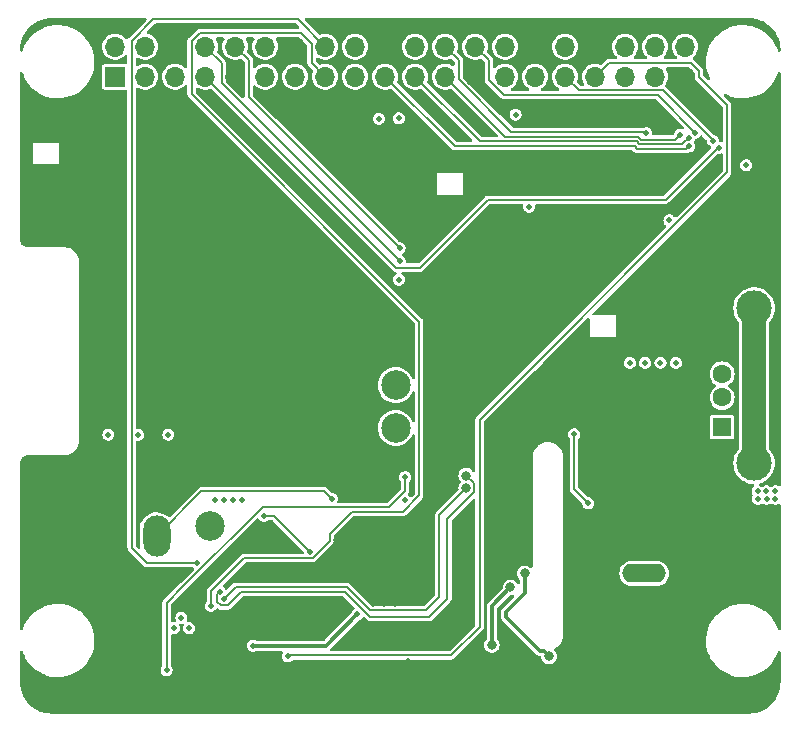
<source format=gbr>
%TF.GenerationSoftware,KiCad,Pcbnew,7.0.2-0*%
%TF.CreationDate,2024-01-28T21:47:35-03:30*%
%TF.ProjectId,ground-station,67726f75-6e64-42d7-9374-6174696f6e2e,rev?*%
%TF.SameCoordinates,Original*%
%TF.FileFunction,Copper,L4,Bot*%
%TF.FilePolarity,Positive*%
%FSLAX46Y46*%
G04 Gerber Fmt 4.6, Leading zero omitted, Abs format (unit mm)*
G04 Created by KiCad (PCBNEW 7.0.2-0) date 2024-01-28 21:47:35*
%MOMM*%
%LPD*%
G01*
G04 APERTURE LIST*
%TA.AperFunction,ComponentPad*%
%ADD10R,1.700000X1.700000*%
%TD*%
%TA.AperFunction,ComponentPad*%
%ADD11O,1.700000X1.700000*%
%TD*%
%TA.AperFunction,ComponentPad*%
%ADD12O,2.300000X3.500000*%
%TD*%
%TA.AperFunction,ComponentPad*%
%ADD13O,3.500000X2.000000*%
%TD*%
%TA.AperFunction,ComponentPad*%
%ADD14O,3.700000X1.600000*%
%TD*%
%TA.AperFunction,ComponentPad*%
%ADD15C,2.500000*%
%TD*%
%TA.AperFunction,ComponentPad*%
%ADD16R,1.500000X1.600000*%
%TD*%
%TA.AperFunction,ComponentPad*%
%ADD17C,1.600000*%
%TD*%
%TA.AperFunction,ComponentPad*%
%ADD18C,3.000000*%
%TD*%
%TA.AperFunction,ViaPad*%
%ADD19C,0.500000*%
%TD*%
%TA.AperFunction,ViaPad*%
%ADD20C,0.800000*%
%TD*%
%TA.AperFunction,Conductor*%
%ADD21C,0.200000*%
%TD*%
%TA.AperFunction,Conductor*%
%ADD22C,0.350000*%
%TD*%
%TA.AperFunction,Conductor*%
%ADD23C,2.000000*%
%TD*%
%TA.AperFunction,Conductor*%
%ADD24C,0.300000*%
%TD*%
%TA.AperFunction,Conductor*%
%ADD25C,0.150000*%
%TD*%
G04 APERTURE END LIST*
D10*
%TO.P,J101,1,3V3*%
%TO.N,unconnected-(J101-3V3-Pad1)*%
X108560000Y-71150000D03*
D11*
%TO.P,J101,2,5V*%
%TO.N,Net-(J101-5V-Pad2)*%
X108560000Y-68610000D03*
%TO.P,J101,3,SDA/GPIO2*%
%TO.N,unconnected-(J101-SDA{slash}GPIO2-Pad3)*%
X111100000Y-71150000D03*
%TO.P,J101,4,5V*%
%TO.N,Net-(J101-5V-Pad2)*%
X111100000Y-68610000D03*
%TO.P,J101,5,SCL/GPIO3*%
%TO.N,unconnected-(J101-SCL{slash}GPIO3-Pad5)*%
X113640000Y-71150000D03*
%TO.P,J101,6,GND*%
%TO.N,GND*%
X113640000Y-68610000D03*
%TO.P,J101,7,GCLK0/GPIO4*%
%TO.N,/DIGITAL_RADIO_DIO1*%
X116180000Y-71150000D03*
%TO.P,J101,8,GPIO14/TXD*%
%TO.N,/GPS_UART_RX*%
X116180000Y-68610000D03*
%TO.P,J101,9,GND*%
%TO.N,GND*%
X118720000Y-71150000D03*
%TO.P,J101,10,GPIO15/RXD*%
%TO.N,/GPS_UART_TX*%
X118720000Y-68610000D03*
%TO.P,J101,11,GPIO17*%
%TO.N,unconnected-(J101-GPIO17-Pad11)*%
X121260000Y-71150000D03*
%TO.P,J101,12,GPIO18/PWM0*%
%TO.N,unconnected-(J101-GPIO18{slash}PWM0-Pad12)*%
X121260000Y-68610000D03*
%TO.P,J101,13,GPIO27*%
%TO.N,/VIDEO_CH3*%
X123800000Y-71150000D03*
%TO.P,J101,14,GND*%
%TO.N,GND*%
X123800000Y-68610000D03*
%TO.P,J101,15,GPIO22*%
%TO.N,/~{DIGITIZER_PWRDWN}*%
X126340000Y-71150000D03*
%TO.P,J101,16,GPIO23*%
%TO.N,/~{DIGITIZER_RESET}*%
X126340000Y-68610000D03*
%TO.P,J101,17,3V3*%
%TO.N,unconnected-(J101-3V3-Pad17)*%
X128880000Y-71150000D03*
%TO.P,J101,18,GPIO24*%
%TO.N,unconnected-(J101-GPIO24-Pad18)*%
X128880000Y-68610000D03*
%TO.P,J101,19,MOSI0/GPIO10*%
%TO.N,/DIGITAL_RADIO_MOSI*%
X131420000Y-71150000D03*
%TO.P,J101,20,GND*%
%TO.N,GND*%
X131420000Y-68610000D03*
%TO.P,J101,21,MISO0/GPIO9*%
%TO.N,/DIGITAL_RADIO_MISO*%
X133960000Y-71150000D03*
%TO.P,J101,22,GPIO25*%
%TO.N,/VIDEO_CH1*%
X133960000Y-68610000D03*
%TO.P,J101,23,SCLK0/GPIO11*%
%TO.N,/DIGITAL_RADIO_SCLK*%
X136500000Y-71150000D03*
%TO.P,J101,24,~{CE0}/GPIO8*%
%TO.N,/~{DIGITAL_RADIO_nCS}*%
X136500000Y-68610000D03*
%TO.P,J101,25,GND*%
%TO.N,GND*%
X139040000Y-71150000D03*
%TO.P,J101,26,~{CE1}/GPIO7*%
%TO.N,/~{DIGITAL_RADIO_RESET}*%
X139040000Y-68610000D03*
%TO.P,J101,27,ID_SD/GPIO0*%
%TO.N,unconnected-(J101-ID_SD{slash}GPIO0-Pad27)*%
X141580000Y-71150000D03*
%TO.P,J101,28,ID_SC/GPIO1*%
%TO.N,unconnected-(J101-ID_SC{slash}GPIO1-Pad28)*%
X141580000Y-68610000D03*
%TO.P,J101,29,GCLK1/GPIO5*%
%TO.N,/DIGITAL_RADIO_DIO3*%
X144120000Y-71150000D03*
%TO.P,J101,30,GND*%
%TO.N,GND*%
X144120000Y-68610000D03*
%TO.P,J101,31,GCLK2/GPIO6*%
%TO.N,/DIGITAL_RADIO_BUSY*%
X146660000Y-71150000D03*
%TO.P,J101,32,PWM0/GPIO12*%
%TO.N,unconnected-(J101-PWM0{slash}GPIO12-Pad32)*%
X146660000Y-68610000D03*
%TO.P,J101,33,PWM1/GPIO13*%
%TO.N,/~{DIGITIZER_INTRQ}*%
X149200000Y-71150000D03*
%TO.P,J101,34,GND*%
%TO.N,GND*%
X149200000Y-68610000D03*
%TO.P,J101,35,GPIO19/MISO1*%
%TO.N,unconnected-(J101-GPIO19{slash}MISO1-Pad35)*%
X151740000Y-71150000D03*
%TO.P,J101,36,GPIO16*%
%TO.N,/~{GPS_RESET}*%
X151740000Y-68610000D03*
%TO.P,J101,37,GPIO26*%
%TO.N,/VIDEO_CH2*%
X154280000Y-71150000D03*
%TO.P,J101,38,GPIO20/MOSI1*%
%TO.N,unconnected-(J101-GPIO20{slash}MOSI1-Pad38)*%
X154280000Y-68610000D03*
%TO.P,J101,39,GND*%
%TO.N,GND*%
X156820000Y-71150000D03*
%TO.P,J101,40,GPIO21/SCLK1*%
%TO.N,unconnected-(J101-GPIO21{slash}SCLK1-Pad40)*%
X156820000Y-68610000D03*
%TD*%
D12*
%TO.P,J3,1,In*%
%TO.N,Net-(J3-In)*%
X112060000Y-110040000D03*
D13*
%TO.P,J3,2,Ext*%
%TO.N,GND*%
X103360000Y-110040000D03*
%TD*%
D14*
%TO.P,J2,1*%
%TO.N,+5V*%
X153350000Y-113200000D03*
%TO.P,J2,2*%
%TO.N,GND*%
X153350000Y-119500000D03*
%TD*%
D15*
%TO.P,TP1,1,1*%
%TO.N,Net-(U202-RSSI)*%
X132320000Y-97260000D03*
%TD*%
D16*
%TO.P,J1,1,VBUS*%
%TO.N,+5V*%
X159940000Y-100810000D03*
D17*
%TO.P,J1,2,D-*%
%TO.N,unconnected-(J1-D--Pad2)*%
X159940000Y-98310000D03*
%TO.P,J1,3,D+*%
%TO.N,unconnected-(J1-D+-Pad3)*%
X159940000Y-96310000D03*
%TO.P,J1,4,GND*%
%TO.N,GND*%
X159940000Y-93810000D03*
D18*
%TO.P,J1,5,Shield*%
%TO.N,Net-(J1-Shield)*%
X162650000Y-103880000D03*
X162650000Y-90740000D03*
%TD*%
D15*
%TO.P,TP2,1,1*%
%TO.N,Net-(U202-AUDIO)*%
X132320000Y-100890000D03*
%TD*%
%TO.P,TP3,1,1*%
%TO.N,Net-(U601-AIN2)*%
X116570000Y-109210000D03*
%TD*%
D19*
%TO.N,+5V*%
X119320000Y-106980000D03*
X117800000Y-106980000D03*
X117040000Y-106980000D03*
X118560000Y-106980000D03*
%TO.N,GND*%
X147320000Y-111760000D03*
X132240000Y-111748571D03*
X107950000Y-107950000D03*
X147320000Y-88900000D03*
X132240000Y-109742857D03*
X130350000Y-115760000D03*
X114300000Y-88900000D03*
X152400000Y-86360000D03*
X125730000Y-113090000D03*
X139700000Y-83820000D03*
X132240000Y-113754285D03*
X147980000Y-99910000D03*
X154940000Y-86360000D03*
X131096666Y-108730000D03*
X127900000Y-109460000D03*
X157670000Y-109842500D03*
X117450000Y-116660000D03*
X158440000Y-108812500D03*
X138440000Y-117940000D03*
X148080000Y-102960000D03*
X158440000Y-110842500D03*
X149860000Y-86360000D03*
X107950000Y-120650000D03*
X149220000Y-99910000D03*
X155210000Y-110880000D03*
X158440000Y-109832500D03*
X132200000Y-108920000D03*
X147320000Y-83820000D03*
X127000000Y-95250000D03*
X132240000Y-114757142D03*
X152400000Y-107950000D03*
X120650000Y-88900000D03*
X141460000Y-108940000D03*
X137980000Y-108970000D03*
X147320000Y-116840000D03*
X152400000Y-83820000D03*
X141610000Y-111940000D03*
X159240000Y-75780000D03*
X154940000Y-88900000D03*
X107950000Y-82550000D03*
X148080000Y-104910000D03*
X127250000Y-110410000D03*
X111760000Y-121920000D03*
X147320000Y-86360000D03*
X157670000Y-108822500D03*
X107950000Y-114300000D03*
X114300000Y-82550000D03*
X155448000Y-82042000D03*
X146050000Y-82550000D03*
X107950000Y-88900000D03*
X132240000Y-110745714D03*
X122440000Y-109730000D03*
X132240000Y-112751428D03*
X134960000Y-117940000D03*
X138090000Y-111950000D03*
X129953333Y-108730000D03*
X148600000Y-99910000D03*
X128810000Y-108730000D03*
X132240000Y-115760000D03*
X107950000Y-95250000D03*
X152400000Y-88900000D03*
X127070000Y-113660000D03*
X137160000Y-96520000D03*
X142240000Y-83820000D03*
X126580000Y-111360000D03*
X150695000Y-111280000D03*
X149860000Y-83820000D03*
X148080000Y-103610000D03*
X114300000Y-95250000D03*
X160680000Y-105070000D03*
X131295000Y-115760000D03*
X146050000Y-95250000D03*
X133350000Y-76200000D03*
X162030000Y-81290000D03*
X133350000Y-120650000D03*
X120650000Y-82550000D03*
X149840000Y-99910000D03*
X139700000Y-95250000D03*
X142760000Y-82180000D03*
X137160000Y-99060000D03*
X118740000Y-117980000D03*
X157670000Y-110852500D03*
X149860000Y-88900000D03*
X148080000Y-104260000D03*
X111760000Y-116840000D03*
X145730000Y-80250000D03*
X120650000Y-120650000D03*
%TO.N,+3V3*%
X161980000Y-78640000D03*
X114160000Y-116950000D03*
X133092500Y-107007500D03*
X113510000Y-117840000D03*
X114810000Y-117840000D03*
X152130000Y-95380000D03*
X154723332Y-95380000D03*
X155480000Y-83310000D03*
X153426666Y-95380000D03*
X156020000Y-95380000D03*
X143600000Y-82160000D03*
X132570000Y-88330000D03*
%TO.N,/Video Digitizer/DIGITIZER_ANALOG_SUPPLY*%
X121160000Y-108340000D03*
X125030000Y-111350000D03*
%TO.N,/Video Digitizer/DIGITIZER_DIGITAL_SUPPLY*%
X129060000Y-116680000D03*
X120210000Y-119320000D03*
%TO.N,/Video Digitizer/VID_EN_1V8*%
X133100000Y-105040000D03*
X112900000Y-121390000D03*
%TO.N,/DIGITAL_RADIO_DIO1*%
X159655500Y-77150000D03*
%TO.N,/DIGITAL_RADIO_BUSY*%
X159159500Y-76577406D03*
%TO.N,/~{DIGITAL_RADIO_RESET}*%
X157660000Y-75880000D03*
%TO.N,/~{DIGITAL_RADIO_nCS}*%
X153520000Y-75920000D03*
%TO.N,/DIGITAL_RADIO_MISO*%
X157117001Y-76339646D03*
%TO.N,/DIGITAL_RADIO_MOSI*%
X157151714Y-77038286D03*
%TO.N,/DIGITAL_RADIO_SCLK*%
X156340000Y-76070500D03*
%TO.N,Net-(J101-5V-Pad2)*%
X164460000Y-106890000D03*
X162940000Y-106260000D03*
X162950000Y-106890000D03*
X163705000Y-106890000D03*
X163695000Y-106260000D03*
X164450000Y-106260000D03*
%TO.N,/GPS_UART_RX*%
X132640000Y-86760000D03*
%TO.N,/GPS_UART_TX*%
X132640000Y-85660000D03*
%TO.N,/VIDEO_CH3*%
X130880000Y-74710000D03*
X113060000Y-101450000D03*
%TO.N,/~{DIGITIZER_PWRDWN}*%
X116660000Y-115950000D03*
%TO.N,/~{DIGITIZER_RESET}*%
X115460000Y-112300000D03*
%TO.N,/VIDEO_CH1*%
X107980000Y-101460000D03*
X132570000Y-74680000D03*
%TO.N,/~{DIGITIZER_INTRQ}*%
X123170000Y-120230000D03*
%TO.N,/VIDEO_CH2*%
X110520000Y-101470000D03*
X142450000Y-74370000D03*
D20*
%TO.N,/CAM_D1_CONN_N*%
X142018959Y-114391041D03*
X140440000Y-119260000D03*
%TO.N,/CAM_D1_CONN_P*%
X145280000Y-120220000D03*
X143221041Y-113188959D03*
D19*
%TO.N,/CAM_SCL*%
X117750000Y-115360000D03*
D20*
X138270000Y-105970000D03*
%TO.N,/CAM_SDA*%
X138270000Y-104920000D03*
D19*
X117390000Y-114750000D03*
%TO.N,Net-(U3-EN)*%
X147410453Y-101426921D03*
X148610000Y-107280000D03*
%TO.N,Net-(J3-In)*%
X126900000Y-106870000D03*
%TD*%
D21*
%TO.N,/Video Digitizer/DIGITIZER_ANALOG_SUPPLY*%
X122020000Y-108340000D02*
X121160000Y-108340000D01*
X125030000Y-111350000D02*
X122020000Y-108340000D01*
D22*
%TO.N,/Video Digitizer/DIGITIZER_DIGITAL_SUPPLY*%
X126420000Y-119320000D02*
X129060000Y-116680000D01*
X120210000Y-119320000D02*
X126420000Y-119320000D01*
D21*
%TO.N,/Video Digitizer/VID_EN_1V8*%
X114300000Y-114310000D02*
X112900000Y-115710000D01*
X133100000Y-105040000D02*
X133100000Y-106222182D01*
X121030000Y-107580000D02*
X114310000Y-114300000D01*
X131742182Y-107580000D02*
X121030000Y-107580000D01*
X114310000Y-114300000D02*
X114300000Y-114300000D01*
X112900000Y-115710000D02*
X112900000Y-121390000D01*
X114300000Y-114300000D02*
X114300000Y-114310000D01*
X133100000Y-106222182D02*
X131742182Y-107580000D01*
D23*
%TO.N,Net-(J1-Shield)*%
X162650000Y-103880000D02*
X162650000Y-90740000D01*
D21*
%TO.N,/DIGITAL_RADIO_DIO1*%
X155149500Y-81576000D02*
X140101818Y-81576000D01*
X159655500Y-77150000D02*
X159575500Y-77150000D01*
X132340000Y-87310000D02*
X116180000Y-71150000D01*
X159575500Y-77150000D02*
X155149500Y-81576000D01*
X134367818Y-87310000D02*
X132340000Y-87310000D01*
X140101818Y-81576000D02*
X134367818Y-87310000D01*
%TO.N,/DIGITAL_RADIO_BUSY*%
X159159500Y-76521682D02*
X154937818Y-72300000D01*
X159159500Y-76577406D02*
X159159500Y-76521682D01*
X154937818Y-72300000D02*
X147810000Y-72300000D01*
X147810000Y-72300000D02*
X146660000Y-71150000D01*
%TO.N,/~{DIGITAL_RADIO_RESET}*%
X140190000Y-69760000D02*
X139040000Y-68610000D01*
X157660000Y-75880000D02*
X154480000Y-72700000D01*
X141480000Y-72700000D02*
X140190000Y-71410000D01*
X140190000Y-71410000D02*
X140190000Y-69760000D01*
X154480000Y-72700000D02*
X141480000Y-72700000D01*
%TO.N,/~{DIGITAL_RADIO_nCS}*%
X137650000Y-69760000D02*
X136500000Y-68610000D01*
X137650000Y-71386346D02*
X137650000Y-69760000D01*
X153520000Y-75920000D02*
X153430000Y-75830000D01*
X153430000Y-75830000D02*
X142093654Y-75830000D01*
X142093654Y-75830000D02*
X137650000Y-71386346D01*
%TO.N,/DIGITAL_RADIO_MISO*%
X156542182Y-76870000D02*
X152934314Y-76870000D01*
X157117001Y-76339646D02*
X156968361Y-76488286D01*
X139440000Y-76630000D02*
X133960000Y-71150000D01*
X152694314Y-76630000D02*
X139440000Y-76630000D01*
X152934314Y-76870000D02*
X152694314Y-76630000D01*
X156968361Y-76488286D02*
X156923896Y-76488286D01*
X156923896Y-76488286D02*
X156542182Y-76870000D01*
%TO.N,/DIGITAL_RADIO_MOSI*%
X137300000Y-77030000D02*
X131420000Y-71150000D01*
X152528628Y-77030000D02*
X137300000Y-77030000D01*
X156920000Y-77270000D02*
X152768628Y-77270000D01*
X157151714Y-77038286D02*
X156920000Y-77270000D01*
X152768628Y-77270000D02*
X152528628Y-77030000D01*
%TO.N,/DIGITAL_RADIO_SCLK*%
X152860000Y-76230000D02*
X141580000Y-76230000D01*
X141580000Y-76230000D02*
X136500000Y-71150000D01*
X155940500Y-76470000D02*
X153100000Y-76470000D01*
X156340000Y-76070500D02*
X155940500Y-76470000D01*
X153100000Y-76470000D02*
X152860000Y-76230000D01*
%TO.N,/GPS_UART_RX*%
X117570000Y-70000000D02*
X116180000Y-68610000D01*
X132640000Y-86760000D02*
X117570000Y-71690000D01*
X117570000Y-71690000D02*
X117570000Y-70000000D01*
%TO.N,/GPS_UART_TX*%
X119870000Y-69760000D02*
X118720000Y-68610000D01*
X132640000Y-85660000D02*
X119870000Y-72890000D01*
X119870000Y-72890000D02*
X119870000Y-69760000D01*
%TO.N,/~{DIGITIZER_PWRDWN}*%
X126700000Y-110462182D02*
X126700000Y-109882182D01*
X116660000Y-115950000D02*
X116660000Y-114702182D01*
X134300000Y-106577818D02*
X134300000Y-91920000D01*
X119462182Y-111900000D02*
X125262182Y-111900000D01*
X125190000Y-70000000D02*
X126340000Y-71150000D01*
X125190000Y-68360000D02*
X125190000Y-70000000D01*
X115705811Y-67457843D02*
X124287843Y-67457843D01*
X126700000Y-109882182D02*
X128602182Y-107980000D01*
X134300000Y-91920000D02*
X115030000Y-72650000D01*
X132897818Y-107980000D02*
X134300000Y-106577818D01*
X128602182Y-107980000D02*
X132897818Y-107980000D01*
X124287843Y-67457843D02*
X125190000Y-68360000D01*
X125262182Y-111900000D02*
X126700000Y-110462182D01*
X115030000Y-68133654D02*
X115705811Y-67457843D01*
X115030000Y-72650000D02*
X115030000Y-68133654D01*
X116660000Y-114702182D02*
X119462182Y-111900000D01*
%TO.N,/~{DIGITIZER_RESET}*%
X109950000Y-68133654D02*
X111793654Y-66290000D01*
X111220000Y-112310000D02*
X109950000Y-111040000D01*
X111793654Y-66290000D02*
X124020000Y-66290000D01*
X115450000Y-112310000D02*
X111220000Y-112310000D01*
X124020000Y-66290000D02*
X126340000Y-68610000D01*
X109950000Y-111040000D02*
X109950000Y-68133654D01*
X115460000Y-112300000D02*
X115450000Y-112310000D01*
%TO.N,/~{DIGITIZER_INTRQ}*%
X157970000Y-71180000D02*
X157970000Y-70673654D01*
X123170000Y-120230000D02*
X123260000Y-120140000D01*
X139410000Y-100210000D02*
X160364517Y-79255483D01*
X137000000Y-120140000D02*
X139410000Y-117730000D01*
X139410000Y-117730000D02*
X139410000Y-100210000D01*
X123260000Y-120140000D02*
X137000000Y-120140000D01*
X150350000Y-70000000D02*
X149200000Y-71150000D01*
X157296346Y-70000000D02*
X150350000Y-70000000D01*
X157970000Y-70673654D02*
X157296346Y-70000000D01*
X160364517Y-73574517D02*
X157970000Y-71180000D01*
X160364517Y-79255483D02*
X160364517Y-73574517D01*
D24*
%TO.N,/CAM_D1_CONN_N*%
X140440000Y-119260000D02*
X140440000Y-115970000D01*
X140440000Y-115970000D02*
X142018959Y-114391041D01*
%TO.N,/CAM_D1_CONN_P*%
X143221041Y-114886017D02*
X143221041Y-113188959D01*
X141640001Y-116467057D02*
X143221041Y-114886017D01*
X144854270Y-119794270D02*
X144549993Y-119794270D01*
X145280000Y-120220000D02*
X144854270Y-119794270D01*
X141640001Y-116884278D02*
X141640001Y-116467057D01*
X144549993Y-119794270D02*
X141640001Y-116884278D01*
D21*
%TO.N,/CAM_SCL*%
X128152182Y-114340000D02*
X118770000Y-114340000D01*
X138270000Y-105970000D02*
X138270000Y-105980000D01*
X136000000Y-108250000D02*
X136000000Y-115220000D01*
X130122182Y-116310000D02*
X128152182Y-114340000D01*
X118770000Y-114340000D02*
X117750000Y-115360000D01*
X136000000Y-115220000D02*
X134910000Y-116310000D01*
X134910000Y-116310000D02*
X130122182Y-116310000D01*
X138270000Y-105980000D02*
X136000000Y-108250000D01*
%TO.N,/CAM_SDA*%
X136680000Y-115340000D02*
X136680000Y-108560000D01*
X130136496Y-116890000D02*
X135130000Y-116890000D01*
X138897000Y-106343000D02*
X138897000Y-105547000D01*
X119210000Y-114800000D02*
X128046496Y-114800000D01*
X128046496Y-114800000D02*
X130136496Y-116890000D01*
X118100000Y-115910000D02*
X119210000Y-114800000D01*
X117480000Y-115910000D02*
X118100000Y-115910000D01*
X138897000Y-105547000D02*
X138270000Y-104920000D01*
X135130000Y-116890000D02*
X136680000Y-115340000D01*
X117200000Y-114940000D02*
X117200000Y-115630000D01*
X117200000Y-115630000D02*
X117480000Y-115910000D01*
X136680000Y-108560000D02*
X138897000Y-106343000D01*
X117390000Y-114750000D02*
X117200000Y-114940000D01*
%TO.N,Net-(U3-EN)*%
X148610000Y-107280000D02*
X147410453Y-106080453D01*
X147410453Y-106080453D02*
X147410453Y-101426921D01*
D25*
%TO.N,Net-(J3-In)*%
X115860000Y-106240000D02*
X126270000Y-106240000D01*
X126270000Y-106240000D02*
X126900000Y-106870000D01*
X112060000Y-110040000D02*
X115860000Y-106240000D01*
%TD*%
%TA.AperFunction,Conductor*%
%TO.N,GND*%
G36*
X111169492Y-66200185D02*
G01*
X111215247Y-66252989D01*
X111225191Y-66322147D01*
X111196166Y-66385703D01*
X111190134Y-66392181D01*
X109734419Y-67847894D01*
X109714565Y-67864018D01*
X109706584Y-67869232D01*
X109688492Y-67892476D01*
X109678669Y-67903600D01*
X109667235Y-67919614D01*
X109664176Y-67923716D01*
X109642527Y-67951531D01*
X109585817Y-67992344D01*
X109516044Y-67996019D01*
X109455360Y-67961388D01*
X109445719Y-67950096D01*
X109379731Y-67862713D01*
X109228464Y-67724815D01*
X109054427Y-67617056D01*
X108989758Y-67592003D01*
X108863556Y-67543112D01*
X108662347Y-67505500D01*
X108457653Y-67505500D01*
X108256455Y-67543110D01*
X108256444Y-67543112D01*
X108065572Y-67617056D01*
X107891535Y-67724815D01*
X107740268Y-67862713D01*
X107616911Y-68026065D01*
X107525670Y-68209300D01*
X107469654Y-68406176D01*
X107450768Y-68610000D01*
X107469654Y-68813823D01*
X107525670Y-69010699D01*
X107616911Y-69193934D01*
X107740268Y-69357286D01*
X107891535Y-69495184D01*
X107891537Y-69495185D01*
X107891538Y-69495186D01*
X108065573Y-69602944D01*
X108256444Y-69676888D01*
X108457653Y-69714500D01*
X108457655Y-69714500D01*
X108662345Y-69714500D01*
X108662347Y-69714500D01*
X108863556Y-69676888D01*
X109054427Y-69602944D01*
X109228462Y-69495186D01*
X109379732Y-69357285D01*
X109379735Y-69357280D01*
X109387961Y-69349782D01*
X109450766Y-69319165D01*
X109520153Y-69327362D01*
X109574093Y-69371772D01*
X109595461Y-69438294D01*
X109595500Y-69441419D01*
X109595500Y-69926317D01*
X109575815Y-69993356D01*
X109523011Y-70039111D01*
X109453853Y-70049055D01*
X109447312Y-70047935D01*
X109435068Y-70045500D01*
X107684934Y-70045500D01*
X107610698Y-70060266D01*
X107526515Y-70116515D01*
X107470265Y-70200699D01*
X107455500Y-70274930D01*
X107455500Y-72025065D01*
X107470266Y-72099301D01*
X107526515Y-72183484D01*
X107576505Y-72216886D01*
X107610699Y-72239734D01*
X107684933Y-72254500D01*
X109435066Y-72254499D01*
X109435067Y-72254499D01*
X109447309Y-72252064D01*
X109516901Y-72258291D01*
X109572078Y-72301154D01*
X109595322Y-72367044D01*
X109595500Y-72373681D01*
X109595500Y-110990372D01*
X109592861Y-111015818D01*
X109590905Y-111025146D01*
X109594548Y-111054374D01*
X109595467Y-111069182D01*
X109598703Y-111088577D01*
X109599442Y-111093644D01*
X109606473Y-111150050D01*
X109633516Y-111200021D01*
X109635860Y-111204575D01*
X109660820Y-111255630D01*
X109702633Y-111294121D01*
X109706331Y-111297670D01*
X110934236Y-112525575D01*
X110950363Y-112545433D01*
X110955579Y-112553416D01*
X110978820Y-112571505D01*
X110989942Y-112581328D01*
X111005960Y-112592764D01*
X111010063Y-112595822D01*
X111048944Y-112626085D01*
X111048945Y-112626085D01*
X111054910Y-112630728D01*
X111109388Y-112646947D01*
X111114256Y-112648506D01*
X111160844Y-112664500D01*
X111167992Y-112666954D01*
X111175542Y-112666641D01*
X111175544Y-112666642D01*
X111224763Y-112664605D01*
X111229887Y-112664500D01*
X115057612Y-112664500D01*
X115124650Y-112684184D01*
X115126225Y-112685196D01*
X115177727Y-112718295D01*
X115223482Y-112771096D01*
X115233426Y-112840255D01*
X115204402Y-112903811D01*
X115198369Y-112910290D01*
X114120420Y-113988239D01*
X114091760Y-114009611D01*
X114078992Y-114016520D01*
X114056766Y-114035344D01*
X114032400Y-114066649D01*
X114025782Y-114074462D01*
X113989181Y-114114223D01*
X113977844Y-114130815D01*
X112684419Y-115424240D01*
X112664565Y-115440364D01*
X112656584Y-115445578D01*
X112638492Y-115468822D01*
X112628669Y-115479946D01*
X112617235Y-115495960D01*
X112614178Y-115500059D01*
X112579272Y-115544908D01*
X112563056Y-115599375D01*
X112561494Y-115604251D01*
X112543045Y-115657992D01*
X112545394Y-115714761D01*
X112545500Y-115719886D01*
X112545500Y-120982472D01*
X112525815Y-121049511D01*
X112515216Y-121063670D01*
X112499778Y-121081486D01*
X112471222Y-121114442D01*
X112410957Y-121246403D01*
X112390312Y-121390000D01*
X112410957Y-121533596D01*
X112471053Y-121665186D01*
X112471223Y-121665558D01*
X112566225Y-121775196D01*
X112688268Y-121853629D01*
X112827464Y-121894500D01*
X112972536Y-121894500D01*
X113111732Y-121853629D01*
X113233775Y-121775196D01*
X113328777Y-121665558D01*
X113389042Y-121533596D01*
X113409688Y-121390000D01*
X113389042Y-121246404D01*
X113354260Y-121170243D01*
X113328777Y-121114442D01*
X113328776Y-121114442D01*
X113284786Y-121063673D01*
X113255762Y-121000119D01*
X113254500Y-120982472D01*
X113254500Y-118456421D01*
X113274185Y-118389382D01*
X113326989Y-118343627D01*
X113396147Y-118333683D01*
X113413424Y-118337441D01*
X113437464Y-118344500D01*
X113437466Y-118344500D01*
X113582536Y-118344500D01*
X113721732Y-118303629D01*
X113843775Y-118225196D01*
X113938777Y-118115558D01*
X113999042Y-117983596D01*
X114019688Y-117840000D01*
X113999042Y-117696404D01*
X113968722Y-117630012D01*
X113958778Y-117560853D01*
X113987803Y-117497298D01*
X114046581Y-117459523D01*
X114081516Y-117454500D01*
X114238484Y-117454500D01*
X114305523Y-117474185D01*
X114351278Y-117526989D01*
X114361222Y-117596147D01*
X114351278Y-117630012D01*
X114320957Y-117696403D01*
X114300312Y-117840000D01*
X114320957Y-117983596D01*
X114369783Y-118090508D01*
X114381223Y-118115558D01*
X114476225Y-118225196D01*
X114598268Y-118303629D01*
X114737464Y-118344500D01*
X114882536Y-118344500D01*
X115021732Y-118303629D01*
X115143775Y-118225196D01*
X115238777Y-118115558D01*
X115299042Y-117983596D01*
X115319688Y-117840000D01*
X115299042Y-117696404D01*
X115238777Y-117564442D01*
X115143775Y-117454804D01*
X115143774Y-117454803D01*
X115079706Y-117413629D01*
X115021732Y-117376371D01*
X114882536Y-117335500D01*
X114737464Y-117335500D01*
X114731516Y-117335500D01*
X114664477Y-117315815D01*
X114618722Y-117263011D01*
X114608778Y-117193853D01*
X114618722Y-117159988D01*
X114649042Y-117093596D01*
X114655478Y-117048833D01*
X114669688Y-116950000D01*
X114649042Y-116806404D01*
X114588777Y-116674442D01*
X114493775Y-116564804D01*
X114493774Y-116564803D01*
X114449584Y-116536404D01*
X114371732Y-116486371D01*
X114232536Y-116445500D01*
X114087464Y-116445500D01*
X113948268Y-116486371D01*
X113826225Y-116564803D01*
X113731222Y-116674443D01*
X113670957Y-116806403D01*
X113650312Y-116950000D01*
X113670957Y-117093596D01*
X113701278Y-117159988D01*
X113711222Y-117229147D01*
X113682197Y-117292702D01*
X113623419Y-117330477D01*
X113588484Y-117335500D01*
X113582536Y-117335500D01*
X113437464Y-117335500D01*
X113415587Y-117341923D01*
X113413437Y-117342555D01*
X113413433Y-117342556D01*
X113343564Y-117342555D01*
X113284786Y-117304779D01*
X113255762Y-117241223D01*
X113254500Y-117223578D01*
X113254500Y-115908200D01*
X113274185Y-115841161D01*
X113290814Y-115820524D01*
X114511369Y-114599968D01*
X114531698Y-114584812D01*
X114542352Y-114575788D01*
X114561499Y-114551187D01*
X114571682Y-114539656D01*
X114607721Y-114503624D01*
X114607759Y-114503578D01*
X117617741Y-111493596D01*
X120531126Y-108580211D01*
X120592447Y-108546728D01*
X120662139Y-108551712D01*
X120718072Y-108593584D01*
X120730865Y-108615145D01*
X120731223Y-108615558D01*
X120826225Y-108725196D01*
X120948268Y-108803629D01*
X121087464Y-108844500D01*
X121232536Y-108844500D01*
X121371732Y-108803629D01*
X121493775Y-108725196D01*
X121493775Y-108725195D01*
X121508773Y-108715557D01*
X121511212Y-108719352D01*
X121542075Y-108699521D01*
X121577002Y-108694500D01*
X121821799Y-108694500D01*
X121888838Y-108714185D01*
X121909480Y-108730819D01*
X124489726Y-111311065D01*
X124523211Y-111372388D01*
X124524782Y-111381094D01*
X124528054Y-111403851D01*
X124518112Y-111473009D01*
X124472359Y-111525814D01*
X124405320Y-111545500D01*
X119511810Y-111545500D01*
X119486364Y-111542861D01*
X119477035Y-111540905D01*
X119447808Y-111544548D01*
X119432999Y-111545467D01*
X119413577Y-111548707D01*
X119408515Y-111549444D01*
X119352132Y-111556473D01*
X119302137Y-111583527D01*
X119297588Y-111585868D01*
X119246548Y-111610822D01*
X119208059Y-111652632D01*
X119204512Y-111656329D01*
X116444419Y-114416422D01*
X116424565Y-114432546D01*
X116416584Y-114437760D01*
X116398492Y-114461004D01*
X116388669Y-114472128D01*
X116377235Y-114488142D01*
X116374178Y-114492241D01*
X116339272Y-114537090D01*
X116323056Y-114591557D01*
X116321494Y-114596433D01*
X116303045Y-114650174D01*
X116305393Y-114706945D01*
X116305499Y-114712068D01*
X116305500Y-115542472D01*
X116285816Y-115609511D01*
X116275216Y-115623670D01*
X116259778Y-115641486D01*
X116231222Y-115674442D01*
X116170957Y-115806403D01*
X116150312Y-115950000D01*
X116170957Y-116093596D01*
X116231087Y-116225260D01*
X116231223Y-116225558D01*
X116326225Y-116335196D01*
X116448268Y-116413629D01*
X116587464Y-116454500D01*
X116732536Y-116454500D01*
X116871732Y-116413629D01*
X116993775Y-116335196D01*
X117088777Y-116225558D01*
X117088778Y-116225555D01*
X117100142Y-116212441D01*
X117158920Y-116174667D01*
X117228790Y-116174667D01*
X117266108Y-116192870D01*
X117266161Y-116192908D01*
X117270062Y-116195822D01*
X117308944Y-116226085D01*
X117308945Y-116226085D01*
X117314910Y-116230728D01*
X117369388Y-116246947D01*
X117374256Y-116248506D01*
X117420844Y-116264500D01*
X117427992Y-116266954D01*
X117435543Y-116266641D01*
X117435544Y-116266642D01*
X117484772Y-116264605D01*
X117489896Y-116264500D01*
X118050372Y-116264500D01*
X118075818Y-116267139D01*
X118085147Y-116269095D01*
X118112703Y-116265660D01*
X118114374Y-116265452D01*
X118129170Y-116264533D01*
X118129368Y-116264500D01*
X118129377Y-116264500D01*
X118148658Y-116261282D01*
X118153621Y-116260559D01*
X118202551Y-116254461D01*
X118202552Y-116254460D01*
X118210050Y-116253526D01*
X118216695Y-116249929D01*
X118216698Y-116249929D01*
X118260043Y-116226470D01*
X118264556Y-116224147D01*
X118308840Y-116202499D01*
X118308842Y-116202496D01*
X118315629Y-116199179D01*
X118320745Y-116193620D01*
X118320749Y-116193619D01*
X118354156Y-116157327D01*
X118357636Y-116153701D01*
X119320519Y-115190819D01*
X119381843Y-115157334D01*
X119408201Y-115154500D01*
X127848295Y-115154500D01*
X127915334Y-115174185D01*
X127935976Y-115190819D01*
X128808411Y-116063254D01*
X128841896Y-116124577D01*
X128836912Y-116194269D01*
X128795040Y-116250202D01*
X128787771Y-116255249D01*
X128726226Y-116294802D01*
X128631221Y-116404444D01*
X128563552Y-116552620D01*
X128560606Y-116551274D01*
X128543557Y-116588593D01*
X128537537Y-116595057D01*
X126278414Y-118854181D01*
X126217091Y-118887666D01*
X126190733Y-118890500D01*
X120511247Y-118890500D01*
X120444208Y-118870816D01*
X120433166Y-118863719D01*
X120421731Y-118856370D01*
X120282536Y-118815500D01*
X120137464Y-118815500D01*
X119998268Y-118856371D01*
X119876225Y-118934803D01*
X119781222Y-119044443D01*
X119720957Y-119176403D01*
X119700312Y-119320000D01*
X119720957Y-119463596D01*
X119770542Y-119572170D01*
X119781223Y-119595558D01*
X119876225Y-119705196D01*
X119998268Y-119783629D01*
X120137464Y-119824500D01*
X120282536Y-119824500D01*
X120421732Y-119783629D01*
X120444208Y-119769183D01*
X120511247Y-119749500D01*
X122647284Y-119749500D01*
X122714323Y-119769185D01*
X122760078Y-119821989D01*
X122770022Y-119891147D01*
X122748540Y-119938184D01*
X122748629Y-119938225D01*
X122680957Y-120086403D01*
X122660312Y-120230000D01*
X122680957Y-120373596D01*
X122734709Y-120491294D01*
X122741223Y-120505558D01*
X122836225Y-120615196D01*
X122958268Y-120693629D01*
X123097464Y-120734500D01*
X123242536Y-120734500D01*
X123381732Y-120693629D01*
X123503775Y-120615196D01*
X123571274Y-120537297D01*
X123630054Y-120499523D01*
X123664988Y-120494500D01*
X136950372Y-120494500D01*
X136975818Y-120497139D01*
X136985147Y-120499095D01*
X137012703Y-120495660D01*
X137014374Y-120495452D01*
X137029170Y-120494533D01*
X137029368Y-120494500D01*
X137029377Y-120494500D01*
X137048658Y-120491282D01*
X137053621Y-120490559D01*
X137102551Y-120484461D01*
X137102552Y-120484460D01*
X137110050Y-120483526D01*
X137116695Y-120479929D01*
X137116698Y-120479929D01*
X137160043Y-120456470D01*
X137164556Y-120454147D01*
X137208840Y-120432499D01*
X137208842Y-120432496D01*
X137215629Y-120429179D01*
X137220745Y-120423620D01*
X137220749Y-120423619D01*
X137254156Y-120387327D01*
X137257636Y-120383701D01*
X138381337Y-119260000D01*
X139780692Y-119260000D01*
X139799851Y-119417782D01*
X139856212Y-119566394D01*
X139876341Y-119595556D01*
X139946502Y-119697201D01*
X140046170Y-119785500D01*
X140065472Y-119802600D01*
X140174879Y-119860021D01*
X140206207Y-119876463D01*
X140360529Y-119914500D01*
X140360530Y-119914500D01*
X140519470Y-119914500D01*
X140519471Y-119914500D01*
X140673793Y-119876463D01*
X140814529Y-119802599D01*
X140933498Y-119697201D01*
X141023787Y-119566395D01*
X141080149Y-119417782D01*
X141099307Y-119260000D01*
X141080149Y-119102218D01*
X141023787Y-118953605D01*
X140933498Y-118822799D01*
X140901975Y-118794872D01*
X140886272Y-118780960D01*
X140849146Y-118721770D01*
X140844500Y-118688145D01*
X140844500Y-116188910D01*
X140864185Y-116121871D01*
X140880814Y-116101234D01*
X141900188Y-115081860D01*
X141961512Y-115048375D01*
X141987870Y-115045541D01*
X142098429Y-115045541D01*
X142098430Y-115045541D01*
X142185492Y-115024082D01*
X142255293Y-115027151D01*
X142312355Y-115067471D01*
X142338561Y-115132240D01*
X142325589Y-115200895D01*
X142302847Y-115232160D01*
X141331466Y-116203542D01*
X141331463Y-116203545D01*
X141308673Y-116226334D01*
X141298474Y-116246352D01*
X141288312Y-116262935D01*
X141275097Y-116281125D01*
X141275096Y-116281127D01*
X141275096Y-116281128D01*
X141270653Y-116294804D01*
X141268151Y-116302503D01*
X141260706Y-116320477D01*
X141250502Y-116340504D01*
X141246985Y-116362703D01*
X141242446Y-116381610D01*
X141235501Y-116402988D01*
X141235501Y-116948343D01*
X141242445Y-116969717D01*
X141246986Y-116988630D01*
X141250503Y-117010834D01*
X141260704Y-117030853D01*
X141268149Y-117048826D01*
X141273468Y-117065196D01*
X141275096Y-117070207D01*
X141288306Y-117088388D01*
X141298474Y-117104981D01*
X141308673Y-117124999D01*
X141308674Y-117125000D01*
X141308675Y-117125001D01*
X141325233Y-117141559D01*
X141325246Y-117141574D01*
X144295156Y-120111483D01*
X144295160Y-120111486D01*
X144309270Y-120125596D01*
X144322000Y-120132082D01*
X144329294Y-120135799D01*
X144345879Y-120145962D01*
X144364064Y-120159174D01*
X144385431Y-120166116D01*
X144403413Y-120173564D01*
X144423438Y-120183768D01*
X144428274Y-120184533D01*
X144445635Y-120187284D01*
X144464553Y-120191825D01*
X144485927Y-120198770D01*
X144508261Y-120198770D01*
X144575300Y-120218455D01*
X144621055Y-120271259D01*
X144631357Y-120307824D01*
X144639851Y-120377782D01*
X144696212Y-120526394D01*
X144696213Y-120526395D01*
X144786502Y-120657201D01*
X144873754Y-120734500D01*
X144905472Y-120762600D01*
X145046205Y-120836462D01*
X145046207Y-120836463D01*
X145200529Y-120874500D01*
X145200530Y-120874500D01*
X145359470Y-120874500D01*
X145359471Y-120874500D01*
X145513793Y-120836463D01*
X145654529Y-120762599D01*
X145773498Y-120657201D01*
X145863787Y-120526395D01*
X145920149Y-120377782D01*
X145939307Y-120220000D01*
X145939119Y-120218455D01*
X145933248Y-120170098D01*
X145920149Y-120062218D01*
X145863787Y-119913605D01*
X145838149Y-119876462D01*
X145773497Y-119782797D01*
X145738405Y-119751709D01*
X145701278Y-119692520D01*
X145702046Y-119622654D01*
X145740464Y-119564295D01*
X145770817Y-119545340D01*
X145811091Y-119527675D01*
X145991521Y-119409794D01*
X146150088Y-119263823D01*
X146282466Y-119093744D01*
X146385045Y-118904195D01*
X146455026Y-118700348D01*
X146490500Y-118487762D01*
X146490500Y-118380000D01*
X146490500Y-118332405D01*
X146490500Y-118332404D01*
X146490500Y-113200000D01*
X151240398Y-113200000D01*
X151260757Y-113406716D01*
X151321056Y-113605494D01*
X151332102Y-113626160D01*
X151418973Y-113788683D01*
X151468014Y-113848440D01*
X151550747Y-113949252D01*
X151598254Y-113988239D01*
X151711317Y-114081027D01*
X151894508Y-114178945D01*
X152093282Y-114239242D01*
X152248199Y-114254500D01*
X152251249Y-114254500D01*
X154448751Y-114254500D01*
X154451801Y-114254500D01*
X154606718Y-114239242D01*
X154805492Y-114178945D01*
X154988683Y-114081027D01*
X155149252Y-113949252D01*
X155281027Y-113788683D01*
X155378945Y-113605492D01*
X155439242Y-113406718D01*
X155459602Y-113200000D01*
X155439242Y-112993282D01*
X155378945Y-112794508D01*
X155281027Y-112611317D01*
X155210661Y-112525575D01*
X155149252Y-112450747D01*
X155051423Y-112370462D01*
X154988683Y-112318973D01*
X154805492Y-112221055D01*
X154682081Y-112183619D01*
X154606716Y-112160757D01*
X154454835Y-112145798D01*
X154454818Y-112145797D01*
X154451801Y-112145500D01*
X152248199Y-112145500D01*
X152245182Y-112145797D01*
X152245164Y-112145798D01*
X152093283Y-112160757D01*
X151894505Y-112221056D01*
X151711318Y-112318972D01*
X151550747Y-112450747D01*
X151418972Y-112611318D01*
X151321056Y-112794505D01*
X151260757Y-112993283D01*
X151240398Y-113200000D01*
X146490500Y-113200000D01*
X146490500Y-103352156D01*
X146490500Y-103272238D01*
X146455026Y-103059652D01*
X146385045Y-102855805D01*
X146282466Y-102666256D01*
X146282463Y-102666252D01*
X146282462Y-102666250D01*
X146150090Y-102496180D01*
X146150088Y-102496177D01*
X145991521Y-102350206D01*
X145811091Y-102232325D01*
X145613719Y-102145749D01*
X145404789Y-102092841D01*
X145404787Y-102092840D01*
X145404784Y-102092840D01*
X145190000Y-102075042D01*
X144975215Y-102092840D01*
X144975211Y-102092840D01*
X144975211Y-102092841D01*
X144766281Y-102145749D01*
X144568909Y-102232325D01*
X144388479Y-102350206D01*
X144335310Y-102399152D01*
X144229909Y-102496180D01*
X144097537Y-102666250D01*
X144080334Y-102698038D01*
X144007238Y-102833109D01*
X143994953Y-102855809D01*
X143924974Y-103059649D01*
X143889500Y-103272238D01*
X143889500Y-112631243D01*
X143869815Y-112698282D01*
X143817011Y-112744037D01*
X143747853Y-112753981D01*
X143684297Y-112724956D01*
X143683273Y-112724058D01*
X143595570Y-112646360D01*
X143454835Y-112572496D01*
X143345035Y-112545433D01*
X143300512Y-112534459D01*
X143141570Y-112534459D01*
X143097047Y-112545433D01*
X142987246Y-112572496D01*
X142846513Y-112646358D01*
X142727542Y-112751759D01*
X142637253Y-112882564D01*
X142580892Y-113031176D01*
X142561733Y-113188959D01*
X142580892Y-113346741D01*
X142637253Y-113495353D01*
X142727543Y-113626161D01*
X142774768Y-113667998D01*
X142811895Y-113727187D01*
X142816541Y-113760813D01*
X142816541Y-113996451D01*
X142796856Y-114063490D01*
X142744052Y-114109245D01*
X142674894Y-114119189D01*
X142611338Y-114090164D01*
X142590491Y-114066891D01*
X142550953Y-114009611D01*
X142512457Y-113953840D01*
X142393488Y-113848442D01*
X142393486Y-113848440D01*
X142252753Y-113774578D01*
X142134007Y-113745310D01*
X142098430Y-113736541D01*
X141939488Y-113736541D01*
X141903911Y-113745310D01*
X141785164Y-113774578D01*
X141644431Y-113848440D01*
X141525460Y-113953841D01*
X141435171Y-114084646D01*
X141378810Y-114233258D01*
X141359651Y-114391045D01*
X141361821Y-114408918D01*
X141350359Y-114477841D01*
X141326406Y-114511542D01*
X140131465Y-115706485D01*
X140131462Y-115706488D01*
X140108672Y-115729277D01*
X140098473Y-115749295D01*
X140088311Y-115765878D01*
X140075096Y-115784068D01*
X140068150Y-115805446D01*
X140060705Y-115823420D01*
X140050501Y-115843447D01*
X140046984Y-115865646D01*
X140042445Y-115884553D01*
X140035500Y-115905931D01*
X140035500Y-118688145D01*
X140015815Y-118755184D01*
X139993728Y-118780960D01*
X139946501Y-118822799D01*
X139856212Y-118953605D01*
X139799851Y-119102217D01*
X139780692Y-119260000D01*
X138381337Y-119260000D01*
X139625577Y-118015759D01*
X139645432Y-117999636D01*
X139653416Y-117994421D01*
X139671503Y-117971181D01*
X139681321Y-117960063D01*
X139681435Y-117959902D01*
X139681442Y-117959896D01*
X139692779Y-117944015D01*
X139695789Y-117939977D01*
X139726085Y-117901056D01*
X139726085Y-117901053D01*
X139730727Y-117895091D01*
X139732882Y-117887849D01*
X139732884Y-117887848D01*
X139746958Y-117840571D01*
X139748484Y-117835807D01*
X139764500Y-117789156D01*
X139764500Y-117789152D01*
X139766954Y-117782005D01*
X139764606Y-117725227D01*
X139764500Y-117720103D01*
X139764500Y-101426920D01*
X146900765Y-101426920D01*
X146921410Y-101570517D01*
X146981676Y-101702480D01*
X147025665Y-101753245D01*
X147054691Y-101816800D01*
X147055953Y-101834448D01*
X147055953Y-106030825D01*
X147053314Y-106056271D01*
X147051358Y-106065599D01*
X147055001Y-106094827D01*
X147055920Y-106109635D01*
X147059156Y-106129030D01*
X147059895Y-106134097D01*
X147066926Y-106190503D01*
X147093969Y-106240474D01*
X147096313Y-106245028D01*
X147121273Y-106296083D01*
X147126834Y-106301202D01*
X147161167Y-106332808D01*
X147163087Y-106334575D01*
X147166785Y-106338124D01*
X147620519Y-106791858D01*
X148069726Y-107241064D01*
X148103211Y-107302387D01*
X148104783Y-107311098D01*
X148120957Y-107423596D01*
X148180060Y-107553011D01*
X148181223Y-107555558D01*
X148276225Y-107665196D01*
X148398268Y-107743629D01*
X148537464Y-107784500D01*
X148682536Y-107784500D01*
X148821732Y-107743629D01*
X148943775Y-107665196D01*
X149038777Y-107555558D01*
X149099042Y-107423596D01*
X149119688Y-107280000D01*
X149099042Y-107136404D01*
X149038777Y-107004442D01*
X148943775Y-106894804D01*
X148943774Y-106894803D01*
X148881038Y-106854485D01*
X148821732Y-106816371D01*
X148682536Y-106775500D01*
X148658200Y-106775500D01*
X148591161Y-106755815D01*
X148570519Y-106739181D01*
X147801272Y-105969933D01*
X147767787Y-105908610D01*
X147764953Y-105882252D01*
X147764953Y-101834448D01*
X147784638Y-101767409D01*
X147795241Y-101753245D01*
X147833319Y-101709301D01*
X147839230Y-101702479D01*
X147870017Y-101635065D01*
X158935500Y-101635065D01*
X158950266Y-101709301D01*
X159006515Y-101793484D01*
X159083907Y-101845196D01*
X159090699Y-101849734D01*
X159164933Y-101864500D01*
X160715066Y-101864499D01*
X160789301Y-101849734D01*
X160873484Y-101793484D01*
X160929734Y-101709301D01*
X160944500Y-101635067D01*
X160944499Y-99984934D01*
X160929734Y-99910699D01*
X160911068Y-99882765D01*
X160873484Y-99826515D01*
X160789300Y-99770265D01*
X160715069Y-99755500D01*
X159164934Y-99755500D01*
X159090698Y-99770266D01*
X159006515Y-99826515D01*
X158950265Y-99910699D01*
X158935500Y-99984930D01*
X158935500Y-101635065D01*
X147870017Y-101635065D01*
X147899495Y-101570517D01*
X147920141Y-101426921D01*
X147899495Y-101283325D01*
X147839230Y-101151363D01*
X147744228Y-101041725D01*
X147744227Y-101041724D01*
X147692984Y-101008792D01*
X147622185Y-100963292D01*
X147482989Y-100922421D01*
X147337917Y-100922421D01*
X147198721Y-100963292D01*
X147076678Y-101041724D01*
X146981675Y-101151364D01*
X146921410Y-101283324D01*
X146900765Y-101426920D01*
X139764500Y-101426920D01*
X139764500Y-100408201D01*
X139784185Y-100341162D01*
X139800819Y-100320520D01*
X141811339Y-98310000D01*
X158880398Y-98310000D01*
X158900757Y-98516716D01*
X158900758Y-98516718D01*
X158961055Y-98715492D01*
X159058973Y-98898683D01*
X159110462Y-98961423D01*
X159190747Y-99059252D01*
X159271032Y-99125139D01*
X159351317Y-99191027D01*
X159534508Y-99288945D01*
X159733282Y-99349242D01*
X159940000Y-99369602D01*
X160146718Y-99349242D01*
X160345492Y-99288945D01*
X160528683Y-99191027D01*
X160689252Y-99059252D01*
X160821027Y-98898683D01*
X160918945Y-98715492D01*
X160979242Y-98516718D01*
X160999602Y-98310000D01*
X160979242Y-98103282D01*
X160918945Y-97904508D01*
X160821027Y-97721317D01*
X160755139Y-97641032D01*
X160689252Y-97560747D01*
X160528684Y-97428974D01*
X160528683Y-97428973D01*
X160510693Y-97419357D01*
X160460850Y-97370397D01*
X160445389Y-97302260D01*
X160469220Y-97236580D01*
X160510692Y-97200643D01*
X160528683Y-97191027D01*
X160689252Y-97059252D01*
X160821027Y-96898683D01*
X160918945Y-96715492D01*
X160979242Y-96516718D01*
X160999602Y-96310000D01*
X160979242Y-96103282D01*
X160918945Y-95904508D01*
X160821027Y-95721317D01*
X160755139Y-95641032D01*
X160689252Y-95560747D01*
X160591423Y-95480462D01*
X160528683Y-95428973D01*
X160345492Y-95331055D01*
X160246104Y-95300906D01*
X160146716Y-95270757D01*
X159962583Y-95252622D01*
X159940000Y-95250398D01*
X159939999Y-95250398D01*
X159733283Y-95270757D01*
X159534505Y-95331056D01*
X159351318Y-95428972D01*
X159190747Y-95560747D01*
X159058972Y-95721318D01*
X158961056Y-95904505D01*
X158900757Y-96103283D01*
X158880398Y-96310000D01*
X158900757Y-96516716D01*
X158900758Y-96516718D01*
X158961055Y-96715492D01*
X159058973Y-96898683D01*
X159110462Y-96961423D01*
X159190747Y-97059252D01*
X159271032Y-97125139D01*
X159351317Y-97191027D01*
X159364824Y-97198247D01*
X159369305Y-97200642D01*
X159419149Y-97249604D01*
X159434610Y-97317742D01*
X159410778Y-97383422D01*
X159369305Y-97419358D01*
X159351318Y-97428972D01*
X159190747Y-97560747D01*
X159058972Y-97721318D01*
X158961056Y-97904505D01*
X158900757Y-98103283D01*
X158880398Y-98310000D01*
X141811339Y-98310000D01*
X144082270Y-96039069D01*
X144741339Y-95380000D01*
X151620312Y-95380000D01*
X151640957Y-95523596D01*
X151701222Y-95655556D01*
X151701223Y-95655558D01*
X151796225Y-95765196D01*
X151918268Y-95843629D01*
X152057464Y-95884500D01*
X152202536Y-95884500D01*
X152341732Y-95843629D01*
X152463775Y-95765196D01*
X152558777Y-95655558D01*
X152619042Y-95523596D01*
X152639688Y-95380000D01*
X152916978Y-95380000D01*
X152937623Y-95523596D01*
X152997888Y-95655556D01*
X152997889Y-95655558D01*
X153092891Y-95765196D01*
X153214934Y-95843629D01*
X153354130Y-95884500D01*
X153499202Y-95884500D01*
X153638398Y-95843629D01*
X153760441Y-95765196D01*
X153855443Y-95655558D01*
X153915708Y-95523596D01*
X153936354Y-95380000D01*
X154213644Y-95380000D01*
X154234289Y-95523596D01*
X154294554Y-95655556D01*
X154294555Y-95655558D01*
X154389557Y-95765196D01*
X154511600Y-95843629D01*
X154650796Y-95884500D01*
X154795868Y-95884500D01*
X154935064Y-95843629D01*
X155057107Y-95765196D01*
X155152109Y-95655558D01*
X155212374Y-95523596D01*
X155233020Y-95380000D01*
X155233020Y-95379999D01*
X155510312Y-95379999D01*
X155530957Y-95523596D01*
X155591222Y-95655556D01*
X155591223Y-95655558D01*
X155686225Y-95765196D01*
X155808268Y-95843629D01*
X155947464Y-95884500D01*
X156092536Y-95884500D01*
X156231732Y-95843629D01*
X156353775Y-95765196D01*
X156448777Y-95655558D01*
X156509042Y-95523596D01*
X156529688Y-95380000D01*
X156509042Y-95236404D01*
X156448777Y-95104442D01*
X156353775Y-94994804D01*
X156353774Y-94994803D01*
X156310164Y-94966776D01*
X156231732Y-94916371D01*
X156092536Y-94875500D01*
X155947464Y-94875500D01*
X155808268Y-94916371D01*
X155686225Y-94994803D01*
X155591222Y-95104443D01*
X155530957Y-95236403D01*
X155510312Y-95379999D01*
X155233020Y-95379999D01*
X155212374Y-95236404D01*
X155152109Y-95104442D01*
X155057107Y-94994804D01*
X155057106Y-94994803D01*
X155013496Y-94966776D01*
X154935064Y-94916371D01*
X154795868Y-94875500D01*
X154650796Y-94875500D01*
X154511600Y-94916371D01*
X154389557Y-94994803D01*
X154294554Y-95104443D01*
X154234289Y-95236403D01*
X154213644Y-95380000D01*
X153936354Y-95380000D01*
X153915708Y-95236404D01*
X153855443Y-95104442D01*
X153760441Y-94994804D01*
X153760440Y-94994803D01*
X153716829Y-94966776D01*
X153638398Y-94916371D01*
X153499202Y-94875500D01*
X153354130Y-94875500D01*
X153214934Y-94916371D01*
X153092891Y-94994803D01*
X152997888Y-95104443D01*
X152937623Y-95236403D01*
X152916978Y-95380000D01*
X152639688Y-95380000D01*
X152619042Y-95236404D01*
X152558777Y-95104442D01*
X152463775Y-94994804D01*
X152463774Y-94994803D01*
X152420163Y-94966776D01*
X152341732Y-94916371D01*
X152202536Y-94875500D01*
X152057464Y-94875500D01*
X151918268Y-94916371D01*
X151796225Y-94994803D01*
X151701222Y-95104443D01*
X151640957Y-95236403D01*
X151620312Y-95380000D01*
X144741339Y-95380000D01*
X148513321Y-91608017D01*
X148574642Y-91574534D01*
X148644334Y-91579518D01*
X148700267Y-91621390D01*
X148724684Y-91686854D01*
X148725000Y-91695700D01*
X148725000Y-93160000D01*
X150925000Y-93160000D01*
X150925000Y-91360000D01*
X149060701Y-91360000D01*
X148993662Y-91340315D01*
X148947907Y-91287511D01*
X148937963Y-91218353D01*
X148966988Y-91154797D01*
X148973020Y-91148319D01*
X151791339Y-88330000D01*
X160580097Y-79541240D01*
X160599952Y-79525117D01*
X160607933Y-79519904D01*
X160626017Y-79496668D01*
X160635844Y-79485541D01*
X160647280Y-79469523D01*
X160650348Y-79465408D01*
X160680602Y-79426539D01*
X160680602Y-79426537D01*
X160685244Y-79420574D01*
X160687399Y-79413332D01*
X160687401Y-79413331D01*
X160701475Y-79366054D01*
X160703001Y-79361290D01*
X160719017Y-79314639D01*
X160719017Y-79314635D01*
X160721471Y-79307488D01*
X160719123Y-79250719D01*
X160719017Y-79245595D01*
X160719017Y-78640000D01*
X161470312Y-78640000D01*
X161490957Y-78783596D01*
X161551222Y-78915556D01*
X161551223Y-78915558D01*
X161646225Y-79025196D01*
X161768268Y-79103629D01*
X161907464Y-79144500D01*
X162052536Y-79144500D01*
X162191732Y-79103629D01*
X162313775Y-79025196D01*
X162408777Y-78915558D01*
X162469042Y-78783596D01*
X162489688Y-78640000D01*
X162469042Y-78496404D01*
X162408777Y-78364442D01*
X162313775Y-78254804D01*
X162313774Y-78254803D01*
X162270163Y-78226776D01*
X162191732Y-78176371D01*
X162052536Y-78135500D01*
X161907464Y-78135500D01*
X161768268Y-78176371D01*
X161646225Y-78254803D01*
X161551222Y-78364443D01*
X161490957Y-78496403D01*
X161470312Y-78640000D01*
X160719017Y-78640000D01*
X160719017Y-73624143D01*
X160721656Y-73598696D01*
X160723612Y-73589369D01*
X160719969Y-73560143D01*
X160719050Y-73545341D01*
X160719017Y-73545143D01*
X160719017Y-73545140D01*
X160715804Y-73525889D01*
X160715068Y-73520833D01*
X160708977Y-73471966D01*
X160708975Y-73471963D01*
X160708041Y-73464464D01*
X160704446Y-73457821D01*
X160704446Y-73457819D01*
X160680985Y-73414469D01*
X160678643Y-73409918D01*
X160657016Y-73365677D01*
X160657014Y-73365675D01*
X160653696Y-73358887D01*
X160648136Y-73353769D01*
X160648136Y-73353768D01*
X160611882Y-73320394D01*
X160608184Y-73316845D01*
X160126645Y-72835306D01*
X160093160Y-72773983D01*
X160098144Y-72704291D01*
X160140016Y-72648358D01*
X160205480Y-72623941D01*
X160269037Y-72636348D01*
X160477907Y-72739042D01*
X160477920Y-72739047D01*
X160481096Y-72740609D01*
X160484425Y-72741797D01*
X160484428Y-72741798D01*
X160811725Y-72858578D01*
X160811729Y-72858579D01*
X160815061Y-72859768D01*
X161160432Y-72940080D01*
X161512707Y-72980500D01*
X161516250Y-72980500D01*
X161776791Y-72980500D01*
X161778576Y-72980500D01*
X162044008Y-72965322D01*
X162393400Y-72904857D01*
X162733623Y-72804959D01*
X163060241Y-72666929D01*
X163368995Y-72492568D01*
X163655861Y-72284147D01*
X163917099Y-72044385D01*
X164149304Y-71776407D01*
X164349448Y-71483706D01*
X164514921Y-71170098D01*
X164643568Y-70839672D01*
X164645574Y-70832038D01*
X164681653Y-70772208D01*
X164744354Y-70741379D01*
X164813768Y-70749343D01*
X164867858Y-70793571D01*
X164889449Y-70860021D01*
X164889500Y-70863563D01*
X164889500Y-105715660D01*
X164869815Y-105782699D01*
X164817011Y-105828454D01*
X164747853Y-105838398D01*
X164698460Y-105819975D01*
X164686390Y-105812218D01*
X164661732Y-105796371D01*
X164522536Y-105755500D01*
X164377464Y-105755500D01*
X164238268Y-105796371D01*
X164139539Y-105859820D01*
X164072499Y-105879504D01*
X164005461Y-105859820D01*
X163931390Y-105812218D01*
X163906732Y-105796371D01*
X163767536Y-105755500D01*
X163622464Y-105755500D01*
X163483268Y-105796371D01*
X163384539Y-105859820D01*
X163317499Y-105879504D01*
X163250461Y-105859820D01*
X163176390Y-105812218D01*
X163151732Y-105796371D01*
X163151730Y-105796370D01*
X163136734Y-105786733D01*
X163137499Y-105785541D01*
X163097770Y-105760006D01*
X163068749Y-105696449D01*
X163078697Y-105627291D01*
X163124455Y-105574490D01*
X163154932Y-105560320D01*
X163292788Y-105517798D01*
X163529710Y-105403702D01*
X163746980Y-105255570D01*
X163939746Y-105076710D01*
X164103701Y-104871117D01*
X164235183Y-104643384D01*
X164331254Y-104398598D01*
X164389769Y-104142228D01*
X164409420Y-103880000D01*
X164389769Y-103617772D01*
X164331254Y-103361402D01*
X164235183Y-103116616D01*
X164103701Y-102888883D01*
X163992764Y-102749772D01*
X163933953Y-102676025D01*
X163936284Y-102674165D01*
X163908403Y-102627352D01*
X163904500Y-102596485D01*
X163904500Y-92023513D01*
X163924185Y-91956474D01*
X163934371Y-91944309D01*
X163933952Y-91943975D01*
X163941227Y-91934853D01*
X164103701Y-91731117D01*
X164235183Y-91503384D01*
X164331254Y-91258598D01*
X164389769Y-91002228D01*
X164409420Y-90740000D01*
X164389769Y-90477772D01*
X164331254Y-90221402D01*
X164235183Y-89976616D01*
X164103701Y-89748883D01*
X163939746Y-89543290D01*
X163746980Y-89364430D01*
X163529710Y-89216298D01*
X163529709Y-89216297D01*
X163529707Y-89216296D01*
X163402827Y-89155194D01*
X163292788Y-89102202D01*
X163215276Y-89078292D01*
X163041507Y-89024691D01*
X162781482Y-88985500D01*
X162518518Y-88985500D01*
X162258492Y-89024691D01*
X162007212Y-89102202D01*
X161770292Y-89216296D01*
X161553018Y-89364431D01*
X161360253Y-89543290D01*
X161196298Y-89748883D01*
X161064816Y-89976617D01*
X160968746Y-90221399D01*
X160910230Y-90477774D01*
X160890579Y-90739999D01*
X160910230Y-91002225D01*
X160968746Y-91258600D01*
X161064816Y-91503382D01*
X161184776Y-91711160D01*
X161196299Y-91731117D01*
X161323660Y-91890823D01*
X161366048Y-91943975D01*
X161363712Y-91945837D01*
X161391589Y-91992617D01*
X161395500Y-92023513D01*
X161395500Y-102596485D01*
X161375815Y-102663524D01*
X161365629Y-102675691D01*
X161366047Y-102676025D01*
X161196298Y-102888883D01*
X161064816Y-103116617D01*
X160968746Y-103361399D01*
X160910230Y-103617774D01*
X160890579Y-103880000D01*
X160910230Y-104142225D01*
X160968746Y-104398600D01*
X161064816Y-104643382D01*
X161134710Y-104764443D01*
X161196299Y-104871117D01*
X161360254Y-105076710D01*
X161553020Y-105255570D01*
X161770290Y-105403702D01*
X162007212Y-105517798D01*
X162258492Y-105595308D01*
X162518518Y-105634500D01*
X162557841Y-105634500D01*
X162624880Y-105654185D01*
X162670635Y-105706989D01*
X162680579Y-105776147D01*
X162651554Y-105839703D01*
X162624884Y-105862812D01*
X162613744Y-105869971D01*
X162606224Y-105874804D01*
X162511222Y-105984443D01*
X162450957Y-106116403D01*
X162430312Y-106260000D01*
X162450957Y-106403596D01*
X162510710Y-106534435D01*
X162520654Y-106603594D01*
X162510711Y-106637458D01*
X162460957Y-106746404D01*
X162440312Y-106890000D01*
X162460957Y-107033596D01*
X162507908Y-107136403D01*
X162521223Y-107165558D01*
X162616225Y-107275196D01*
X162738268Y-107353629D01*
X162877464Y-107394500D01*
X163022536Y-107394500D01*
X163161732Y-107353629D01*
X163260463Y-107290177D01*
X163327498Y-107270494D01*
X163394537Y-107290178D01*
X163493268Y-107353629D01*
X163632464Y-107394500D01*
X163777536Y-107394500D01*
X163916732Y-107353629D01*
X164015462Y-107290178D01*
X164082499Y-107270494D01*
X164149535Y-107290177D01*
X164248268Y-107353629D01*
X164387464Y-107394500D01*
X164532536Y-107394500D01*
X164671732Y-107353629D01*
X164698463Y-107336449D01*
X164765499Y-107316766D01*
X164832538Y-107336450D01*
X164878294Y-107389253D01*
X164889500Y-107440766D01*
X164889500Y-117910715D01*
X164869815Y-117977754D01*
X164817011Y-118023509D01*
X164747853Y-118033453D01*
X164684297Y-118004428D01*
X164647569Y-117949033D01*
X164585061Y-117756654D01*
X164583964Y-117753277D01*
X164436664Y-117430734D01*
X164253557Y-117127085D01*
X164037029Y-116846287D01*
X163870023Y-116674442D01*
X163792380Y-116594549D01*
X163792373Y-116594543D01*
X163789905Y-116592003D01*
X163571762Y-116413628D01*
X163518142Y-116369783D01*
X163518141Y-116369782D01*
X163515405Y-116367545D01*
X163260212Y-116203542D01*
X163220092Y-116177758D01*
X163220091Y-116177757D01*
X163217109Y-116175841D01*
X163175717Y-116155490D01*
X162902078Y-116020951D01*
X162902070Y-116020947D01*
X162898904Y-116019391D01*
X162895582Y-116018206D01*
X162895571Y-116018201D01*
X162568274Y-115901421D01*
X162568259Y-115901416D01*
X162564939Y-115900232D01*
X162497514Y-115884553D01*
X162223011Y-115820720D01*
X162223000Y-115820718D01*
X162219568Y-115819920D01*
X162216067Y-115819518D01*
X162216054Y-115819516D01*
X161870810Y-115779903D01*
X161870800Y-115779902D01*
X161867293Y-115779500D01*
X161601424Y-115779500D01*
X161599669Y-115779600D01*
X161599646Y-115779601D01*
X161339531Y-115794475D01*
X161339520Y-115794476D01*
X161335992Y-115794678D01*
X161332511Y-115795280D01*
X161332497Y-115795282D01*
X160990090Y-115854539D01*
X160986600Y-115855143D01*
X160983209Y-115856138D01*
X160983199Y-115856141D01*
X160649771Y-115954044D01*
X160649764Y-115954046D01*
X160646377Y-115955041D01*
X160643127Y-115956414D01*
X160643117Y-115956418D01*
X160323027Y-116091689D01*
X160323013Y-116091695D01*
X160319759Y-116093071D01*
X160316683Y-116094808D01*
X160316673Y-116094813D01*
X160014077Y-116265696D01*
X160014062Y-116265705D01*
X160011005Y-116267432D01*
X160008156Y-116269501D01*
X160008148Y-116269507D01*
X159726998Y-116473775D01*
X159726989Y-116473782D01*
X159724139Y-116475853D01*
X159721542Y-116478236D01*
X159721534Y-116478243D01*
X159465511Y-116713219D01*
X159465505Y-116713224D01*
X159462901Y-116715615D01*
X159460592Y-116718279D01*
X159460580Y-116718292D01*
X159242720Y-116969717D01*
X159230696Y-116983593D01*
X159228703Y-116986507D01*
X159228695Y-116986518D01*
X159032557Y-117273360D01*
X159032547Y-117273375D01*
X159030552Y-117276294D01*
X159028903Y-117279418D01*
X159028894Y-117279434D01*
X158866732Y-117586768D01*
X158866727Y-117586776D01*
X158865079Y-117589902D01*
X158863793Y-117593204D01*
X158863793Y-117593205D01*
X158740175Y-117910715D01*
X158736432Y-117920328D01*
X158735534Y-117923740D01*
X158735530Y-117923756D01*
X158647192Y-118259830D01*
X158647189Y-118259840D01*
X158646290Y-118263264D01*
X158645785Y-118266771D01*
X158645785Y-118266775D01*
X158620654Y-118441569D01*
X158595827Y-118614241D01*
X158595725Y-118617785D01*
X158595725Y-118617794D01*
X158585802Y-118965127D01*
X158585802Y-118965137D01*
X158585701Y-118968683D01*
X158586004Y-118972221D01*
X158586005Y-118972224D01*
X158611051Y-119263823D01*
X158616045Y-119321968D01*
X158616749Y-119325445D01*
X158616750Y-119325448D01*
X158685757Y-119666012D01*
X158685760Y-119666026D01*
X158686463Y-119669492D01*
X158687557Y-119672861D01*
X158687559Y-119672866D01*
X158779048Y-119954442D01*
X158796036Y-120006723D01*
X158797509Y-120009949D01*
X158797512Y-120009956D01*
X158893436Y-120220000D01*
X158943336Y-120329266D01*
X158945168Y-120332304D01*
X159062208Y-120526394D01*
X159126443Y-120632915D01*
X159342971Y-120913713D01*
X159409794Y-120982472D01*
X159587619Y-121165450D01*
X159587625Y-121165456D01*
X159590095Y-121167997D01*
X159864595Y-121392455D01*
X160162891Y-121584159D01*
X160481096Y-121740609D01*
X160484425Y-121741797D01*
X160484428Y-121741798D01*
X160811725Y-121858578D01*
X160811729Y-121858579D01*
X160815061Y-121859768D01*
X161160432Y-121940080D01*
X161512707Y-121980500D01*
X161516250Y-121980500D01*
X161776791Y-121980500D01*
X161778576Y-121980500D01*
X162044008Y-121965322D01*
X162393400Y-121904857D01*
X162733623Y-121804959D01*
X163060241Y-121666929D01*
X163368995Y-121492568D01*
X163655861Y-121284147D01*
X163917099Y-121044385D01*
X164149304Y-120776407D01*
X164349448Y-120483706D01*
X164514921Y-120170098D01*
X164643568Y-119839672D01*
X164645574Y-119832038D01*
X164681653Y-119772208D01*
X164744354Y-119741379D01*
X164813768Y-119749343D01*
X164867858Y-119793571D01*
X164889449Y-119860021D01*
X164889500Y-119863563D01*
X164889500Y-122376519D01*
X164889305Y-122383472D01*
X164872916Y-122675296D01*
X164871359Y-122689114D01*
X164822984Y-122973827D01*
X164819890Y-122987384D01*
X164739939Y-123264899D01*
X164735346Y-123278024D01*
X164624830Y-123544834D01*
X164618797Y-123557362D01*
X164479100Y-123810125D01*
X164471702Y-123821899D01*
X164304584Y-124057430D01*
X164295914Y-124068302D01*
X164103475Y-124283642D01*
X164093642Y-124293475D01*
X163878302Y-124485914D01*
X163867430Y-124494584D01*
X163631899Y-124661702D01*
X163620125Y-124669100D01*
X163367362Y-124808797D01*
X163354834Y-124814830D01*
X163088024Y-124925346D01*
X163074899Y-124929939D01*
X162797384Y-125009890D01*
X162783827Y-125012984D01*
X162499114Y-125061359D01*
X162485296Y-125062916D01*
X162193472Y-125079305D01*
X162186519Y-125079500D01*
X103193481Y-125079500D01*
X103186528Y-125079305D01*
X102894703Y-125062916D01*
X102880885Y-125061359D01*
X102596172Y-125012984D01*
X102582615Y-125009890D01*
X102305100Y-124929939D01*
X102291975Y-124925346D01*
X102025165Y-124814830D01*
X102012637Y-124808797D01*
X101759874Y-124669100D01*
X101748100Y-124661702D01*
X101512569Y-124494584D01*
X101501697Y-124485914D01*
X101286357Y-124293475D01*
X101276524Y-124283642D01*
X101084085Y-124068302D01*
X101075415Y-124057430D01*
X100908297Y-123821899D01*
X100900899Y-123810125D01*
X100761202Y-123557362D01*
X100755172Y-123544841D01*
X100644653Y-123278024D01*
X100640060Y-123264899D01*
X100560109Y-122987384D01*
X100557015Y-122973827D01*
X100543965Y-122897020D01*
X100508638Y-122689103D01*
X100507084Y-122675306D01*
X100490693Y-122383436D01*
X100490500Y-122376551D01*
X100490500Y-122332405D01*
X100490500Y-119849283D01*
X100510185Y-119782245D01*
X100562989Y-119736490D01*
X100632147Y-119726546D01*
X100695703Y-119755571D01*
X100732430Y-119810965D01*
X100753712Y-119876462D01*
X100773779Y-119938225D01*
X100796036Y-120006723D01*
X100797509Y-120009949D01*
X100797512Y-120009956D01*
X100893436Y-120220000D01*
X100943336Y-120329266D01*
X100945168Y-120332304D01*
X101062208Y-120526394D01*
X101126443Y-120632915D01*
X101342971Y-120913713D01*
X101409794Y-120982472D01*
X101587619Y-121165450D01*
X101587625Y-121165456D01*
X101590095Y-121167997D01*
X101864595Y-121392455D01*
X102162891Y-121584159D01*
X102481096Y-121740609D01*
X102484425Y-121741797D01*
X102484428Y-121741798D01*
X102811725Y-121858578D01*
X102811729Y-121858579D01*
X102815061Y-121859768D01*
X103160432Y-121940080D01*
X103512707Y-121980500D01*
X103516250Y-121980500D01*
X103776791Y-121980500D01*
X103778576Y-121980500D01*
X104044008Y-121965322D01*
X104393400Y-121904857D01*
X104733623Y-121804959D01*
X105060241Y-121666929D01*
X105368995Y-121492568D01*
X105655861Y-121284147D01*
X105917099Y-121044385D01*
X106149304Y-120776407D01*
X106349448Y-120483706D01*
X106514921Y-120170098D01*
X106643568Y-119839672D01*
X106733710Y-119496736D01*
X106784173Y-119145759D01*
X106794299Y-118791317D01*
X106763955Y-118438032D01*
X106693537Y-118090508D01*
X106583964Y-117753277D01*
X106436664Y-117430734D01*
X106253557Y-117127085D01*
X106037029Y-116846287D01*
X105870023Y-116674442D01*
X105792380Y-116594549D01*
X105792373Y-116594543D01*
X105789905Y-116592003D01*
X105571762Y-116413628D01*
X105518142Y-116369783D01*
X105518141Y-116369782D01*
X105515405Y-116367545D01*
X105260212Y-116203542D01*
X105220092Y-116177758D01*
X105220091Y-116177757D01*
X105217109Y-116175841D01*
X105175717Y-116155490D01*
X104902078Y-116020951D01*
X104902070Y-116020947D01*
X104898904Y-116019391D01*
X104895582Y-116018206D01*
X104895571Y-116018201D01*
X104568274Y-115901421D01*
X104568259Y-115901416D01*
X104564939Y-115900232D01*
X104497514Y-115884553D01*
X104223011Y-115820720D01*
X104223000Y-115820718D01*
X104219568Y-115819920D01*
X104216067Y-115819518D01*
X104216054Y-115819516D01*
X103870810Y-115779903D01*
X103870800Y-115779902D01*
X103867293Y-115779500D01*
X103601424Y-115779500D01*
X103599669Y-115779600D01*
X103599646Y-115779601D01*
X103339531Y-115794475D01*
X103339520Y-115794476D01*
X103335992Y-115794678D01*
X103332511Y-115795280D01*
X103332497Y-115795282D01*
X102990090Y-115854539D01*
X102986600Y-115855143D01*
X102983209Y-115856138D01*
X102983199Y-115856141D01*
X102649771Y-115954044D01*
X102649764Y-115954046D01*
X102646377Y-115955041D01*
X102643127Y-115956414D01*
X102643117Y-115956418D01*
X102323027Y-116091689D01*
X102323013Y-116091695D01*
X102319759Y-116093071D01*
X102316683Y-116094808D01*
X102316673Y-116094813D01*
X102014077Y-116265696D01*
X102014062Y-116265705D01*
X102011005Y-116267432D01*
X102008156Y-116269501D01*
X102008148Y-116269507D01*
X101726998Y-116473775D01*
X101726989Y-116473782D01*
X101724139Y-116475853D01*
X101721542Y-116478236D01*
X101721534Y-116478243D01*
X101465511Y-116713219D01*
X101465505Y-116713224D01*
X101462901Y-116715615D01*
X101460592Y-116718279D01*
X101460580Y-116718292D01*
X101242720Y-116969717D01*
X101230696Y-116983593D01*
X101228703Y-116986507D01*
X101228695Y-116986518D01*
X101032557Y-117273360D01*
X101032547Y-117273375D01*
X101030552Y-117276294D01*
X101028903Y-117279418D01*
X101028894Y-117279434D01*
X100866732Y-117586768D01*
X100866727Y-117586776D01*
X100865079Y-117589902D01*
X100863793Y-117593204D01*
X100863793Y-117593205D01*
X100740175Y-117910715D01*
X100736432Y-117920328D01*
X100735533Y-117923749D01*
X100734426Y-117927961D01*
X100698344Y-117987794D01*
X100635642Y-118018620D01*
X100566228Y-118010654D01*
X100512140Y-117966425D01*
X100490550Y-117899974D01*
X100490500Y-117896436D01*
X100490500Y-103886091D01*
X100491097Y-103873937D01*
X100502744Y-103755680D01*
X100507483Y-103731856D01*
X100540203Y-103623990D01*
X100549499Y-103601549D01*
X100602632Y-103502144D01*
X100616133Y-103481940D01*
X100687635Y-103394814D01*
X100704814Y-103377635D01*
X100791942Y-103306131D01*
X100812144Y-103292632D01*
X100911549Y-103239499D01*
X100933990Y-103230203D01*
X101041856Y-103197483D01*
X101065682Y-103192744D01*
X101165730Y-103182890D01*
X101183940Y-103181097D01*
X101196093Y-103180500D01*
X104292354Y-103180500D01*
X104393443Y-103164488D01*
X104494534Y-103148477D01*
X104689219Y-103085220D01*
X104871610Y-102992287D01*
X105037219Y-102871966D01*
X105181966Y-102727219D01*
X105302287Y-102561610D01*
X105395220Y-102379219D01*
X105458477Y-102184534D01*
X105490500Y-101982352D01*
X105490500Y-101880000D01*
X105490500Y-101832405D01*
X105490500Y-101832404D01*
X105490500Y-101460000D01*
X107470312Y-101460000D01*
X107490957Y-101603596D01*
X107539231Y-101709300D01*
X107551223Y-101735558D01*
X107646225Y-101845196D01*
X107768268Y-101923629D01*
X107907464Y-101964500D01*
X108052536Y-101964500D01*
X108191732Y-101923629D01*
X108313775Y-101845196D01*
X108408777Y-101735558D01*
X108469042Y-101603596D01*
X108489688Y-101460000D01*
X108469042Y-101316404D01*
X108464475Y-101306404D01*
X108413344Y-101194443D01*
X108408777Y-101184442D01*
X108313775Y-101074804D01*
X108313774Y-101074803D01*
X108270164Y-101046776D01*
X108191732Y-100996371D01*
X108052536Y-100955500D01*
X107907464Y-100955500D01*
X107768268Y-100996371D01*
X107646225Y-101074803D01*
X107551222Y-101184443D01*
X107490957Y-101316403D01*
X107470312Y-101460000D01*
X105490500Y-101460000D01*
X105490500Y-86852156D01*
X105490500Y-86852155D01*
X105490500Y-86777648D01*
X105458477Y-86575466D01*
X105395220Y-86380781D01*
X105302287Y-86198390D01*
X105181966Y-86032781D01*
X105037219Y-85888034D01*
X104871610Y-85767713D01*
X104689219Y-85674780D01*
X104689218Y-85674779D01*
X104689217Y-85674779D01*
X104494532Y-85611522D01*
X104292354Y-85579500D01*
X104292352Y-85579500D01*
X104246173Y-85579500D01*
X101196093Y-85579500D01*
X101183939Y-85578903D01*
X101133081Y-85573893D01*
X101065688Y-85567256D01*
X101041848Y-85562514D01*
X100933997Y-85529798D01*
X100911541Y-85520496D01*
X100812150Y-85467370D01*
X100791940Y-85453866D01*
X100704820Y-85382369D01*
X100687630Y-85365179D01*
X100616133Y-85278059D01*
X100602629Y-85257849D01*
X100563441Y-85184534D01*
X100549501Y-85158453D01*
X100540201Y-85136002D01*
X100507483Y-85028145D01*
X100502744Y-85004317D01*
X100491097Y-84886061D01*
X100490500Y-84873907D01*
X100490500Y-76770000D01*
X101575000Y-76770000D01*
X101575000Y-78570000D01*
X103775000Y-78570000D01*
X103775000Y-76770000D01*
X101575000Y-76770000D01*
X100490500Y-76770000D01*
X100490500Y-70849284D01*
X100510185Y-70782245D01*
X100562989Y-70736490D01*
X100632147Y-70726546D01*
X100695703Y-70755571D01*
X100732430Y-70810965D01*
X100796036Y-71006723D01*
X100797509Y-71009949D01*
X100797512Y-71009956D01*
X100872077Y-71173231D01*
X100943336Y-71329266D01*
X100945168Y-71332304D01*
X101121155Y-71624147D01*
X101126443Y-71632915D01*
X101342971Y-71913713D01*
X101442128Y-72015743D01*
X101587619Y-72165450D01*
X101587625Y-72165456D01*
X101590095Y-72167997D01*
X101864595Y-72392455D01*
X102162891Y-72584159D01*
X102481096Y-72740609D01*
X102484425Y-72741797D01*
X102484428Y-72741798D01*
X102811725Y-72858578D01*
X102811729Y-72858579D01*
X102815061Y-72859768D01*
X103160432Y-72940080D01*
X103512707Y-72980500D01*
X103516250Y-72980500D01*
X103776791Y-72980500D01*
X103778576Y-72980500D01*
X104044008Y-72965322D01*
X104393400Y-72904857D01*
X104733623Y-72804959D01*
X105060241Y-72666929D01*
X105368995Y-72492568D01*
X105655861Y-72284147D01*
X105917099Y-72044385D01*
X106149304Y-71776407D01*
X106349448Y-71483706D01*
X106514921Y-71170098D01*
X106643568Y-70839672D01*
X106733710Y-70496736D01*
X106784173Y-70145759D01*
X106794299Y-69791317D01*
X106763955Y-69438032D01*
X106693537Y-69090508D01*
X106583964Y-68753277D01*
X106436664Y-68430734D01*
X106253557Y-68127085D01*
X106037029Y-67846287D01*
X105897424Y-67702637D01*
X105792380Y-67594549D01*
X105792373Y-67594543D01*
X105789905Y-67592003D01*
X105515405Y-67367545D01*
X105217109Y-67175841D01*
X105091973Y-67114316D01*
X104902078Y-67020951D01*
X104902070Y-67020947D01*
X104898904Y-67019391D01*
X104895582Y-67018206D01*
X104895571Y-67018201D01*
X104568274Y-66901421D01*
X104568259Y-66901416D01*
X104564939Y-66900232D01*
X104528085Y-66891662D01*
X104223011Y-66820720D01*
X104223000Y-66820718D01*
X104219568Y-66819920D01*
X104216067Y-66819518D01*
X104216054Y-66819516D01*
X103870810Y-66779903D01*
X103870800Y-66779902D01*
X103867293Y-66779500D01*
X103601424Y-66779500D01*
X103599669Y-66779600D01*
X103599646Y-66779601D01*
X103339531Y-66794475D01*
X103339520Y-66794476D01*
X103335992Y-66794678D01*
X103332511Y-66795280D01*
X103332497Y-66795282D01*
X102990090Y-66854539D01*
X102986600Y-66855143D01*
X102983209Y-66856138D01*
X102983199Y-66856141D01*
X102649771Y-66954044D01*
X102649764Y-66954046D01*
X102646377Y-66955041D01*
X102643127Y-66956414D01*
X102643117Y-66956418D01*
X102323027Y-67091689D01*
X102323013Y-67091695D01*
X102319759Y-67093071D01*
X102316683Y-67094808D01*
X102316673Y-67094813D01*
X102014077Y-67265696D01*
X102014062Y-67265705D01*
X102011005Y-67267432D01*
X102008156Y-67269501D01*
X102008148Y-67269507D01*
X101726998Y-67473775D01*
X101726989Y-67473782D01*
X101724139Y-67475853D01*
X101721542Y-67478236D01*
X101721534Y-67478243D01*
X101465511Y-67713219D01*
X101465505Y-67713224D01*
X101462901Y-67715615D01*
X101460592Y-67718279D01*
X101460580Y-67718292D01*
X101286134Y-67919614D01*
X101230696Y-67983593D01*
X101228703Y-67986507D01*
X101228695Y-67986518D01*
X101032557Y-68273360D01*
X101032547Y-68273375D01*
X101030552Y-68276294D01*
X101028903Y-68279418D01*
X101028894Y-68279434D01*
X100866732Y-68586768D01*
X100866727Y-68586776D01*
X100865079Y-68589902D01*
X100863793Y-68593204D01*
X100863793Y-68593205D01*
X100740175Y-68910715D01*
X100736432Y-68920328D01*
X100735533Y-68923749D01*
X100734426Y-68927961D01*
X100698344Y-68987794D01*
X100635642Y-69018620D01*
X100566228Y-69010654D01*
X100512140Y-68966425D01*
X100490550Y-68899974D01*
X100490500Y-68896436D01*
X100490500Y-68883479D01*
X100490695Y-68876526D01*
X100492064Y-68852155D01*
X100507084Y-68584691D01*
X100508638Y-68570898D01*
X100557015Y-68286167D01*
X100560109Y-68272615D01*
X100577164Y-68213418D01*
X100640061Y-67995096D01*
X100644653Y-67981975D01*
X100755175Y-67715151D01*
X100761195Y-67702651D01*
X100900902Y-67449868D01*
X100908297Y-67438100D01*
X101075422Y-67202559D01*
X101084077Y-67191705D01*
X101276534Y-66976346D01*
X101286346Y-66966534D01*
X101501705Y-66774077D01*
X101512559Y-66765422D01*
X101748105Y-66598293D01*
X101759868Y-66590902D01*
X102012651Y-66451195D01*
X102025151Y-66445175D01*
X102291979Y-66334651D01*
X102305096Y-66330061D01*
X102582621Y-66250107D01*
X102596167Y-66247015D01*
X102880898Y-66198638D01*
X102894691Y-66197084D01*
X103186527Y-66180695D01*
X103193481Y-66180500D01*
X103237595Y-66180500D01*
X111102453Y-66180500D01*
X111169492Y-66200185D01*
G37*
%TD.AperFunction*%
%TA.AperFunction,Conductor*%
G36*
X123888838Y-66664185D02*
G01*
X123909480Y-66680819D01*
X124120323Y-66891662D01*
X124153808Y-66952985D01*
X124148824Y-67022677D01*
X124106952Y-67078610D01*
X124041488Y-67103027D01*
X124032642Y-67103343D01*
X115755439Y-67103343D01*
X115729993Y-67100704D01*
X115720664Y-67098748D01*
X115691437Y-67102391D01*
X115676628Y-67103310D01*
X115657206Y-67106550D01*
X115652144Y-67107287D01*
X115595761Y-67114316D01*
X115545766Y-67141370D01*
X115541217Y-67143711D01*
X115490177Y-67168665D01*
X115451688Y-67210475D01*
X115448141Y-67214172D01*
X114814419Y-67847894D01*
X114794565Y-67864018D01*
X114786584Y-67869232D01*
X114768492Y-67892476D01*
X114758669Y-67903600D01*
X114747235Y-67919614D01*
X114744178Y-67923713D01*
X114709272Y-67968562D01*
X114693056Y-68023029D01*
X114691494Y-68027905D01*
X114673045Y-68081646D01*
X114675394Y-68138415D01*
X114675500Y-68143540D01*
X114675500Y-70318580D01*
X114655815Y-70385619D01*
X114603011Y-70431374D01*
X114533853Y-70441318D01*
X114470297Y-70412293D01*
X114467962Y-70410217D01*
X114308464Y-70264815D01*
X114134427Y-70157056D01*
X114071348Y-70132619D01*
X113943556Y-70083112D01*
X113742347Y-70045500D01*
X113537653Y-70045500D01*
X113336443Y-70083112D01*
X113336444Y-70083112D01*
X113145572Y-70157056D01*
X112971535Y-70264815D01*
X112820268Y-70402713D01*
X112696911Y-70566065D01*
X112605670Y-70749300D01*
X112549654Y-70946176D01*
X112530768Y-71149999D01*
X112549654Y-71353823D01*
X112605670Y-71550699D01*
X112696911Y-71733934D01*
X112820268Y-71897286D01*
X112971535Y-72035184D01*
X112971537Y-72035185D01*
X112971538Y-72035186D01*
X113145573Y-72142944D01*
X113336444Y-72216888D01*
X113537653Y-72254500D01*
X113537655Y-72254500D01*
X113742345Y-72254500D01*
X113742347Y-72254500D01*
X113943556Y-72216888D01*
X114134427Y-72142944D01*
X114308462Y-72035186D01*
X114459732Y-71897285D01*
X114459735Y-71897280D01*
X114467961Y-71889782D01*
X114530766Y-71859165D01*
X114600153Y-71867362D01*
X114654093Y-71911772D01*
X114675461Y-71978294D01*
X114675500Y-71981419D01*
X114675500Y-72600372D01*
X114672861Y-72625818D01*
X114670905Y-72635146D01*
X114674548Y-72664374D01*
X114675467Y-72679182D01*
X114678703Y-72698577D01*
X114679442Y-72703644D01*
X114686473Y-72760050D01*
X114713516Y-72810021D01*
X114715860Y-72814575D01*
X114740820Y-72865630D01*
X114782633Y-72904121D01*
X114786331Y-72907670D01*
X133909181Y-92030520D01*
X133942666Y-92091843D01*
X133945500Y-92118201D01*
X133945500Y-96629466D01*
X133925815Y-96696505D01*
X133873011Y-96742260D01*
X133803853Y-96752204D01*
X133740297Y-96723179D01*
X133706939Y-96676919D01*
X133664663Y-96574857D01*
X133540930Y-96372943D01*
X133540929Y-96372943D01*
X133387132Y-96192868D01*
X133207057Y-96039070D01*
X133207056Y-96039069D01*
X133106098Y-95977202D01*
X133005141Y-95915336D01*
X132924322Y-95881859D01*
X132786354Y-95824710D01*
X132556084Y-95769428D01*
X132320000Y-95750848D01*
X132083915Y-95769428D01*
X131853645Y-95824710D01*
X131634857Y-95915337D01*
X131432943Y-96039069D01*
X131252868Y-96192868D01*
X131099069Y-96372943D01*
X130975337Y-96574857D01*
X130884710Y-96793645D01*
X130829428Y-97023915D01*
X130810848Y-97259999D01*
X130829428Y-97496084D01*
X130884710Y-97726354D01*
X130910526Y-97788677D01*
X130975336Y-97945141D01*
X130975337Y-97945142D01*
X131072244Y-98103282D01*
X131099070Y-98147057D01*
X131252868Y-98327132D01*
X131432943Y-98480930D01*
X131634859Y-98604664D01*
X131796496Y-98671616D01*
X131853645Y-98695289D01*
X131926392Y-98712753D01*
X132083917Y-98750572D01*
X132320000Y-98769152D01*
X132556083Y-98750572D01*
X132786354Y-98695289D01*
X133005141Y-98604664D01*
X133207057Y-98480930D01*
X133387132Y-98327132D01*
X133540930Y-98147057D01*
X133664664Y-97945141D01*
X133706939Y-97843079D01*
X133750780Y-97788677D01*
X133817075Y-97766612D01*
X133884774Y-97783891D01*
X133932384Y-97835029D01*
X133945500Y-97890533D01*
X133945500Y-100259466D01*
X133925815Y-100326505D01*
X133873011Y-100372260D01*
X133803853Y-100382204D01*
X133740297Y-100353179D01*
X133706939Y-100306919D01*
X133669827Y-100217324D01*
X133664664Y-100204859D01*
X133603011Y-100104251D01*
X133540930Y-100002943D01*
X133525548Y-99984933D01*
X133387132Y-99822868D01*
X133207057Y-99669070D01*
X133207056Y-99669069D01*
X133106098Y-99607202D01*
X133005141Y-99545336D01*
X132924322Y-99511859D01*
X132786354Y-99454710D01*
X132556084Y-99399428D01*
X132438041Y-99390137D01*
X132320000Y-99380848D01*
X132319999Y-99380848D01*
X132083915Y-99399428D01*
X131853645Y-99454710D01*
X131634857Y-99545337D01*
X131432943Y-99669069D01*
X131252868Y-99822868D01*
X131099069Y-100002943D01*
X131008436Y-100150844D01*
X130975336Y-100204859D01*
X130970173Y-100217324D01*
X130884710Y-100423645D01*
X130829428Y-100653915D01*
X130810848Y-100889999D01*
X130829428Y-101126084D01*
X130884710Y-101356354D01*
X130927643Y-101460000D01*
X130975336Y-101575141D01*
X131012058Y-101635066D01*
X131093157Y-101767409D01*
X131099070Y-101777057D01*
X131252868Y-101957132D01*
X131432943Y-102110930D01*
X131634859Y-102234664D01*
X131796496Y-102301616D01*
X131853645Y-102325289D01*
X131926392Y-102342753D01*
X132083917Y-102380572D01*
X132320000Y-102399152D01*
X132556083Y-102380572D01*
X132786354Y-102325289D01*
X133005141Y-102234664D01*
X133207057Y-102110930D01*
X133387132Y-101957132D01*
X133540930Y-101777057D01*
X133664664Y-101575141D01*
X133706939Y-101473079D01*
X133750780Y-101418677D01*
X133817075Y-101396612D01*
X133884774Y-101413891D01*
X133932384Y-101465029D01*
X133945500Y-101520533D01*
X133945500Y-106379616D01*
X133925815Y-106446655D01*
X133909181Y-106467297D01*
X133672675Y-106703803D01*
X133611352Y-106737288D01*
X133541660Y-106732304D01*
X133491281Y-106697325D01*
X133426275Y-106622304D01*
X133414913Y-106615002D01*
X133369161Y-106562201D01*
X133359217Y-106493043D01*
X133381022Y-106438658D01*
X133382769Y-106436211D01*
X133385789Y-106432159D01*
X133416085Y-106393238D01*
X133416085Y-106393235D01*
X133420727Y-106387273D01*
X133422882Y-106380031D01*
X133422884Y-106380030D01*
X133436958Y-106332753D01*
X133438484Y-106327989D01*
X133454500Y-106281338D01*
X133454500Y-106281334D01*
X133456954Y-106274187D01*
X133454606Y-106217409D01*
X133454500Y-106212285D01*
X133454500Y-105447527D01*
X133474185Y-105380488D01*
X133484788Y-105366324D01*
X133528776Y-105315559D01*
X133528775Y-105315559D01*
X133528777Y-105315558D01*
X133589042Y-105183596D01*
X133609688Y-105040000D01*
X133589042Y-104896404D01*
X133577493Y-104871116D01*
X133528777Y-104764443D01*
X133528777Y-104764442D01*
X133433775Y-104654804D01*
X133433774Y-104654803D01*
X133380709Y-104620700D01*
X133311732Y-104576371D01*
X133172536Y-104535500D01*
X133027464Y-104535500D01*
X132888268Y-104576371D01*
X132766225Y-104654803D01*
X132671222Y-104764443D01*
X132610957Y-104896403D01*
X132590312Y-105040000D01*
X132610957Y-105183596D01*
X132671223Y-105315559D01*
X132715212Y-105366324D01*
X132744238Y-105429879D01*
X132745500Y-105447527D01*
X132745500Y-106023980D01*
X132725815Y-106091019D01*
X132709181Y-106111661D01*
X131631662Y-107189181D01*
X131570339Y-107222666D01*
X131543981Y-107225500D01*
X127485217Y-107225500D01*
X127418178Y-107205815D01*
X127372423Y-107153011D01*
X127362479Y-107083853D01*
X127372422Y-107049989D01*
X127389042Y-107013595D01*
X127390358Y-107004442D01*
X127409688Y-106870000D01*
X127389042Y-106726404D01*
X127382074Y-106711147D01*
X127344773Y-106629468D01*
X127328777Y-106594442D01*
X127233775Y-106484804D01*
X127233774Y-106484803D01*
X127182853Y-106452078D01*
X127111732Y-106406371D01*
X126972536Y-106365500D01*
X126912846Y-106365500D01*
X126845807Y-106345815D01*
X126825165Y-106329181D01*
X126516992Y-106021009D01*
X126509683Y-106013033D01*
X126509680Y-106013029D01*
X126485066Y-105983695D01*
X126485065Y-105983694D01*
X126451892Y-105964541D01*
X126442769Y-105958729D01*
X126410614Y-105936213D01*
X126385385Y-105925762D01*
X126346717Y-105918944D01*
X126336157Y-105916603D01*
X126299160Y-105906689D01*
X126261008Y-105910028D01*
X126250200Y-105910500D01*
X115879800Y-105910500D01*
X115868992Y-105910028D01*
X115830839Y-105906689D01*
X115793845Y-105916602D01*
X115783287Y-105918943D01*
X115744615Y-105925762D01*
X115719386Y-105936212D01*
X115687213Y-105958739D01*
X115678099Y-105964546D01*
X115644932Y-105983696D01*
X115620318Y-106013029D01*
X115613012Y-106021002D01*
X113208502Y-108425512D01*
X113147179Y-108458997D01*
X113077487Y-108454013D01*
X113031298Y-108423631D01*
X113010712Y-108402152D01*
X112991273Y-108381869D01*
X112976332Y-108370819D01*
X112799052Y-108239703D01*
X112585570Y-108132068D01*
X112356969Y-108062060D01*
X112119824Y-108031692D01*
X112119820Y-108031692D01*
X111880960Y-108041838D01*
X111647240Y-108092208D01*
X111425406Y-108181349D01*
X111221816Y-108306704D01*
X111042345Y-108464659D01*
X110892152Y-108650668D01*
X110775551Y-108859393D01*
X110695903Y-109084819D01*
X110655500Y-109320456D01*
X110655500Y-109320459D01*
X110655500Y-110699664D01*
X110655722Y-110702279D01*
X110655723Y-110702289D01*
X110670696Y-110878218D01*
X110689895Y-110951951D01*
X110687738Y-111021788D01*
X110648167Y-111079371D01*
X110583745Y-111106420D01*
X110514927Y-111094346D01*
X110482218Y-111070879D01*
X110340816Y-110929478D01*
X110307333Y-110868156D01*
X110304499Y-110841798D01*
X110304499Y-106430979D01*
X110304499Y-102098162D01*
X110324184Y-102031127D01*
X110376988Y-101985372D01*
X110429636Y-101977801D01*
X110429636Y-101974500D01*
X110592536Y-101974500D01*
X110731732Y-101933629D01*
X110853775Y-101855196D01*
X110948777Y-101745558D01*
X111009042Y-101613596D01*
X111029688Y-101470000D01*
X111026812Y-101450000D01*
X112550312Y-101450000D01*
X112570957Y-101593596D01*
X112631222Y-101725556D01*
X112631223Y-101725558D01*
X112726225Y-101835196D01*
X112848268Y-101913629D01*
X112987464Y-101954500D01*
X113132536Y-101954500D01*
X113271732Y-101913629D01*
X113393775Y-101835196D01*
X113488777Y-101725558D01*
X113549042Y-101593596D01*
X113569688Y-101450000D01*
X113549042Y-101306404D01*
X113488777Y-101174442D01*
X113393775Y-101064804D01*
X113393774Y-101064803D01*
X113302852Y-101006371D01*
X113271732Y-100986371D01*
X113132536Y-100945500D01*
X112987464Y-100945500D01*
X112848268Y-100986371D01*
X112726225Y-101064803D01*
X112631222Y-101174443D01*
X112570957Y-101306403D01*
X112550312Y-101450000D01*
X111026812Y-101450000D01*
X111009042Y-101326404D01*
X111004475Y-101316404D01*
X110948777Y-101194443D01*
X110948777Y-101194442D01*
X110853775Y-101084804D01*
X110853774Y-101084803D01*
X110786742Y-101041724D01*
X110731732Y-101006371D01*
X110592536Y-100965500D01*
X110447464Y-100965500D01*
X110429636Y-100965500D01*
X110429636Y-100960810D01*
X110393511Y-100960794D01*
X110334750Y-100922993D01*
X110305754Y-100859424D01*
X110304500Y-100841833D01*
X110304500Y-72179150D01*
X110324185Y-72112111D01*
X110376989Y-72066356D01*
X110446147Y-72056412D01*
X110493776Y-72073722D01*
X110605573Y-72142944D01*
X110796444Y-72216888D01*
X110997653Y-72254500D01*
X110997655Y-72254500D01*
X111202345Y-72254500D01*
X111202347Y-72254500D01*
X111403556Y-72216888D01*
X111594427Y-72142944D01*
X111768462Y-72035186D01*
X111888436Y-71925815D01*
X111919731Y-71897286D01*
X111925398Y-71889782D01*
X112043088Y-71733935D01*
X112134328Y-71550701D01*
X112134330Y-71550694D01*
X112190345Y-71353823D01*
X112197572Y-71275825D01*
X112209232Y-71150000D01*
X112190345Y-70946179D01*
X112190345Y-70946176D01*
X112134329Y-70749300D01*
X112043088Y-70566065D01*
X111919731Y-70402713D01*
X111768464Y-70264815D01*
X111594427Y-70157056D01*
X111531348Y-70132619D01*
X111403556Y-70083112D01*
X111202347Y-70045500D01*
X110997653Y-70045500D01*
X110796444Y-70083112D01*
X110605569Y-70157057D01*
X110493777Y-70226276D01*
X110426416Y-70244831D01*
X110359717Y-70224023D01*
X110314856Y-70170458D01*
X110304500Y-70120849D01*
X110304500Y-69639150D01*
X110324185Y-69572111D01*
X110376989Y-69526356D01*
X110446147Y-69516412D01*
X110493776Y-69533722D01*
X110605573Y-69602944D01*
X110796444Y-69676888D01*
X110997653Y-69714500D01*
X110997655Y-69714500D01*
X111202345Y-69714500D01*
X111202347Y-69714500D01*
X111403556Y-69676888D01*
X111594427Y-69602944D01*
X111768462Y-69495186D01*
X111869308Y-69403252D01*
X111919731Y-69357286D01*
X111925398Y-69349782D01*
X112043088Y-69193935D01*
X112134328Y-69010701D01*
X112134330Y-69010694D01*
X112190345Y-68813823D01*
X112196255Y-68750043D01*
X112209232Y-68610000D01*
X112192920Y-68433963D01*
X112190345Y-68406176D01*
X112134329Y-68209300D01*
X112043088Y-68026065D01*
X111919731Y-67862713D01*
X111768464Y-67724815D01*
X111594427Y-67617056D01*
X111403551Y-67543110D01*
X111330080Y-67529376D01*
X111267799Y-67497708D01*
X111232527Y-67437395D01*
X111235461Y-67367587D01*
X111265183Y-67319809D01*
X111904174Y-66680819D01*
X111965497Y-66647334D01*
X111991855Y-66644500D01*
X123821799Y-66644500D01*
X123888838Y-66664185D01*
G37*
%TD.AperFunction*%
%TA.AperFunction,Conductor*%
G36*
X115573776Y-72073722D02*
G01*
X115685573Y-72142944D01*
X115876444Y-72216888D01*
X116077653Y-72254500D01*
X116077655Y-72254500D01*
X116282345Y-72254500D01*
X116282347Y-72254500D01*
X116483556Y-72216888D01*
X116597051Y-72172918D01*
X116666672Y-72167056D01*
X116728413Y-72199765D01*
X116729525Y-72200864D01*
X132054236Y-87525575D01*
X132070363Y-87545433D01*
X132075579Y-87553416D01*
X132098820Y-87571505D01*
X132109942Y-87581328D01*
X132125960Y-87592764D01*
X132130063Y-87595822D01*
X132168944Y-87626085D01*
X132168945Y-87626085D01*
X132174910Y-87630728D01*
X132229388Y-87646947D01*
X132234256Y-87648506D01*
X132280844Y-87664500D01*
X132293850Y-87668965D01*
X132350865Y-87709351D01*
X132376996Y-87774150D01*
X132363944Y-87842790D01*
X132320628Y-87890561D01*
X132236224Y-87944804D01*
X132141222Y-88054443D01*
X132080957Y-88186403D01*
X132060312Y-88330000D01*
X132080957Y-88473596D01*
X132141222Y-88605556D01*
X132141223Y-88605558D01*
X132236225Y-88715196D01*
X132358268Y-88793629D01*
X132497464Y-88834500D01*
X132642536Y-88834500D01*
X132781732Y-88793629D01*
X132903775Y-88715196D01*
X132998777Y-88605558D01*
X133059042Y-88473596D01*
X133079688Y-88330000D01*
X133059042Y-88186404D01*
X132998777Y-88054442D01*
X132903775Y-87944804D01*
X132903774Y-87944803D01*
X132822879Y-87892815D01*
X132777124Y-87840011D01*
X132767181Y-87770852D01*
X132796206Y-87707297D01*
X132854985Y-87669523D01*
X132889919Y-87664500D01*
X134318190Y-87664500D01*
X134343636Y-87667139D01*
X134352965Y-87669095D01*
X134380521Y-87665660D01*
X134382192Y-87665452D01*
X134396988Y-87664533D01*
X134397186Y-87664500D01*
X134397195Y-87664500D01*
X134416476Y-87661282D01*
X134421439Y-87660559D01*
X134470369Y-87654461D01*
X134470370Y-87654460D01*
X134477868Y-87653526D01*
X134484513Y-87649929D01*
X134484516Y-87649929D01*
X134527861Y-87626470D01*
X134532374Y-87624147D01*
X134576658Y-87602499D01*
X134576660Y-87602496D01*
X134583447Y-87599179D01*
X134588563Y-87593620D01*
X134588567Y-87593619D01*
X134621974Y-87557327D01*
X134625454Y-87553701D01*
X140212336Y-81966819D01*
X140273660Y-81933334D01*
X140300018Y-81930500D01*
X142980205Y-81930500D01*
X143047244Y-81950185D01*
X143092999Y-82002989D01*
X143102943Y-82072146D01*
X143090312Y-82159999D01*
X143110957Y-82303596D01*
X143171222Y-82435556D01*
X143171223Y-82435558D01*
X143266225Y-82545196D01*
X143388268Y-82623629D01*
X143527464Y-82664500D01*
X143672536Y-82664500D01*
X143811732Y-82623629D01*
X143933775Y-82545196D01*
X144028777Y-82435558D01*
X144089042Y-82303596D01*
X144109688Y-82160000D01*
X144101746Y-82104764D01*
X144097057Y-82072146D01*
X144107001Y-82002988D01*
X144152756Y-81950184D01*
X144219795Y-81930500D01*
X155099872Y-81930500D01*
X155125318Y-81933139D01*
X155134647Y-81935095D01*
X155162203Y-81931660D01*
X155163874Y-81931452D01*
X155178670Y-81930533D01*
X155178868Y-81930500D01*
X155178877Y-81930500D01*
X155198158Y-81927282D01*
X155203121Y-81926559D01*
X155252051Y-81920461D01*
X155252052Y-81920460D01*
X155259550Y-81919526D01*
X155266195Y-81915929D01*
X155266198Y-81915929D01*
X155309543Y-81892470D01*
X155314056Y-81890147D01*
X155358340Y-81868499D01*
X155358342Y-81868496D01*
X155365129Y-81865179D01*
X155370245Y-81859620D01*
X155370249Y-81859619D01*
X155403656Y-81823327D01*
X155407136Y-81819701D01*
X159536019Y-77690819D01*
X159597342Y-77657334D01*
X159623700Y-77654500D01*
X159728036Y-77654500D01*
X159851085Y-77618370D01*
X159920952Y-77618370D01*
X159979730Y-77656144D01*
X160008755Y-77719700D01*
X160010017Y-77737347D01*
X160010017Y-79057281D01*
X159990332Y-79124320D01*
X159973698Y-79144962D01*
X156084399Y-83034260D01*
X156023076Y-83067745D01*
X155953384Y-83062761D01*
X155903007Y-83027783D01*
X155813775Y-82924804D01*
X155813774Y-82924803D01*
X155770164Y-82896776D01*
X155691732Y-82846371D01*
X155552536Y-82805500D01*
X155407464Y-82805500D01*
X155268268Y-82846371D01*
X155146225Y-82924803D01*
X155051222Y-83034443D01*
X154990957Y-83166403D01*
X154970312Y-83310000D01*
X154990957Y-83453596D01*
X155051222Y-83585556D01*
X155051223Y-83585558D01*
X155146224Y-83695195D01*
X155146225Y-83695196D01*
X155185552Y-83720470D01*
X155231307Y-83773274D01*
X155241250Y-83842433D01*
X155212224Y-83905988D01*
X155206193Y-83912466D01*
X139194419Y-99924240D01*
X139174565Y-99940364D01*
X139166584Y-99945578D01*
X139148492Y-99968822D01*
X139138669Y-99979946D01*
X139127235Y-99995960D01*
X139124178Y-100000059D01*
X139089272Y-100044908D01*
X139073056Y-100099375D01*
X139071494Y-100104251D01*
X139053045Y-100157992D01*
X139055394Y-100214761D01*
X139055500Y-100219886D01*
X139055500Y-104507906D01*
X139035815Y-104574945D01*
X138983011Y-104620700D01*
X138913853Y-104630644D01*
X138850297Y-104601619D01*
X138829450Y-104578347D01*
X138780828Y-104507906D01*
X138763498Y-104482799D01*
X138668458Y-104398600D01*
X138644527Y-104377399D01*
X138503794Y-104303537D01*
X138426632Y-104284518D01*
X138349471Y-104265500D01*
X138190529Y-104265500D01*
X138139088Y-104278178D01*
X138036205Y-104303537D01*
X137895472Y-104377399D01*
X137776501Y-104482800D01*
X137686212Y-104613605D01*
X137629851Y-104762217D01*
X137610692Y-104919999D01*
X137629851Y-105077782D01*
X137686212Y-105226394D01*
X137785055Y-105369592D01*
X137782754Y-105371179D01*
X137807968Y-105411382D01*
X137807196Y-105481247D01*
X137782958Y-105518960D01*
X137785055Y-105520408D01*
X137686212Y-105663605D01*
X137629851Y-105812217D01*
X137610693Y-105970000D01*
X137621601Y-106059847D01*
X137610140Y-106128770D01*
X137586186Y-106162473D01*
X135784419Y-107964240D01*
X135764565Y-107980364D01*
X135756584Y-107985578D01*
X135738492Y-108008822D01*
X135728669Y-108019946D01*
X135717235Y-108035960D01*
X135714178Y-108040059D01*
X135679272Y-108084908D01*
X135663056Y-108139375D01*
X135661494Y-108144251D01*
X135643045Y-108197992D01*
X135645394Y-108254761D01*
X135645500Y-108259886D01*
X135645500Y-115021799D01*
X135625815Y-115088838D01*
X135609181Y-115109480D01*
X134799480Y-115919181D01*
X134738157Y-115952666D01*
X134711799Y-115955500D01*
X130320383Y-115955500D01*
X130253344Y-115935815D01*
X130232702Y-115919181D01*
X128437944Y-114124423D01*
X128421815Y-114104562D01*
X128416602Y-114096583D01*
X128401265Y-114084646D01*
X128393359Y-114078492D01*
X128382244Y-114068676D01*
X128366223Y-114057237D01*
X128362116Y-114054175D01*
X128353541Y-114047501D01*
X128323238Y-114023915D01*
X128323237Y-114023914D01*
X128317271Y-114019271D01*
X128262796Y-114003052D01*
X128257921Y-114001490D01*
X128204190Y-113983045D01*
X128149463Y-113985309D01*
X128147418Y-113985394D01*
X128142295Y-113985500D01*
X118819628Y-113985500D01*
X118794182Y-113982861D01*
X118784853Y-113980905D01*
X118755626Y-113984548D01*
X118740817Y-113985467D01*
X118721395Y-113988707D01*
X118716333Y-113989444D01*
X118659950Y-113996473D01*
X118609955Y-114023527D01*
X118605406Y-114025868D01*
X118554366Y-114050822D01*
X118515877Y-114092632D01*
X118512330Y-114096329D01*
X118043955Y-114564704D01*
X117982632Y-114598189D01*
X117912940Y-114593205D01*
X117857007Y-114551333D01*
X117843483Y-114528541D01*
X117818777Y-114474442D01*
X117723775Y-114364804D01*
X117716211Y-114359943D01*
X117670458Y-114307141D01*
X117660514Y-114237982D01*
X117689539Y-114174426D01*
X117695556Y-114167963D01*
X119572701Y-112290819D01*
X119634025Y-112257334D01*
X119660383Y-112254500D01*
X125212554Y-112254500D01*
X125238000Y-112257139D01*
X125247329Y-112259095D01*
X125274885Y-112255660D01*
X125276556Y-112255452D01*
X125291352Y-112254533D01*
X125291550Y-112254500D01*
X125291559Y-112254500D01*
X125310840Y-112251282D01*
X125315803Y-112250559D01*
X125364733Y-112244461D01*
X125364734Y-112244460D01*
X125372232Y-112243526D01*
X125378877Y-112239929D01*
X125378880Y-112239929D01*
X125422225Y-112216470D01*
X125426738Y-112214147D01*
X125471022Y-112192499D01*
X125471024Y-112192496D01*
X125477811Y-112189179D01*
X125482927Y-112183620D01*
X125482931Y-112183619D01*
X125516338Y-112147327D01*
X125519818Y-112143701D01*
X126915579Y-110747940D01*
X126935431Y-110731819D01*
X126943416Y-110726603D01*
X126961511Y-110703352D01*
X126971322Y-110692244D01*
X126971436Y-110692083D01*
X126971442Y-110692078D01*
X126982779Y-110676197D01*
X126985789Y-110672159D01*
X127016085Y-110633238D01*
X127016085Y-110633235D01*
X127020727Y-110627273D01*
X127022882Y-110620031D01*
X127022884Y-110620030D01*
X127036958Y-110572753D01*
X127038484Y-110567989D01*
X127054500Y-110521338D01*
X127054500Y-110521333D01*
X127056953Y-110514188D01*
X127056640Y-110506641D01*
X127056642Y-110506638D01*
X127054603Y-110457360D01*
X127054499Y-110452332D01*
X127054499Y-110080380D01*
X127074184Y-110013342D01*
X127090813Y-109992705D01*
X128712700Y-108370819D01*
X128774024Y-108337334D01*
X128800382Y-108334500D01*
X132848190Y-108334500D01*
X132873636Y-108337139D01*
X132882965Y-108339095D01*
X132910521Y-108335660D01*
X132912192Y-108335452D01*
X132926988Y-108334533D01*
X132927186Y-108334500D01*
X132927195Y-108334500D01*
X132946476Y-108331282D01*
X132951439Y-108330559D01*
X133000369Y-108324461D01*
X133000370Y-108324460D01*
X133007868Y-108323526D01*
X133014513Y-108319929D01*
X133014516Y-108319929D01*
X133057861Y-108296470D01*
X133062374Y-108294147D01*
X133106658Y-108272499D01*
X133106660Y-108272496D01*
X133113447Y-108269179D01*
X133118563Y-108263620D01*
X133118567Y-108263619D01*
X133151974Y-108227327D01*
X133155454Y-108223701D01*
X134515580Y-106863575D01*
X134535435Y-106847452D01*
X134543416Y-106842239D01*
X134561500Y-106819003D01*
X134571327Y-106807876D01*
X134582763Y-106791858D01*
X134585831Y-106787743D01*
X134616085Y-106748874D01*
X134616085Y-106748872D01*
X134620727Y-106742909D01*
X134622882Y-106735667D01*
X134622884Y-106735666D01*
X134636958Y-106688389D01*
X134638484Y-106683625D01*
X134654500Y-106636974D01*
X134654500Y-106636970D01*
X134656954Y-106629823D01*
X134656383Y-106616025D01*
X134654606Y-106573045D01*
X134654500Y-106567921D01*
X134654500Y-91969627D01*
X134657139Y-91944181D01*
X134657182Y-91943975D01*
X134659095Y-91934853D01*
X134655452Y-91905627D01*
X134654533Y-91890823D01*
X134654500Y-91890623D01*
X134651287Y-91871371D01*
X134650552Y-91866323D01*
X134644460Y-91817449D01*
X134644459Y-91817447D01*
X134643524Y-91809946D01*
X134639929Y-91803303D01*
X134639929Y-91803302D01*
X134616468Y-91759952D01*
X134614126Y-91755401D01*
X134602255Y-91731117D01*
X134592499Y-91711160D01*
X134592497Y-91711158D01*
X134589179Y-91704370D01*
X134583619Y-91699252D01*
X134583619Y-91699251D01*
X134547365Y-91665877D01*
X134543667Y-91662328D01*
X115420819Y-72539480D01*
X115387334Y-72478157D01*
X115384500Y-72451799D01*
X115384500Y-72179150D01*
X115404185Y-72112111D01*
X115456989Y-72066356D01*
X115526147Y-72056412D01*
X115573776Y-72073722D01*
G37*
%TD.AperFunction*%
%TA.AperFunction,Conductor*%
G36*
X138974834Y-106869019D02*
G01*
X139030767Y-106910891D01*
X139055184Y-106976355D01*
X139055500Y-106985201D01*
X139055500Y-117531799D01*
X139035815Y-117598838D01*
X139019181Y-117619480D01*
X136889480Y-119749181D01*
X136828157Y-119782666D01*
X136801799Y-119785500D01*
X126861962Y-119785500D01*
X126794923Y-119765815D01*
X126749168Y-119713011D01*
X126739224Y-119643853D01*
X126754545Y-119599551D01*
X126755496Y-119597902D01*
X126775228Y-119572174D01*
X129153149Y-117194254D01*
X129205894Y-117162959D01*
X129271732Y-117143629D01*
X129393775Y-117065196D01*
X129488777Y-116955558D01*
X129488777Y-116955556D01*
X129499949Y-116942664D01*
X129558727Y-116904890D01*
X129628597Y-116904890D01*
X129681343Y-116936186D01*
X129850732Y-117105575D01*
X129866859Y-117125433D01*
X129869924Y-117130125D01*
X129872075Y-117133416D01*
X129895316Y-117151505D01*
X129906438Y-117161328D01*
X129922456Y-117172764D01*
X129926559Y-117175822D01*
X129965440Y-117206085D01*
X129965441Y-117206085D01*
X129971406Y-117210728D01*
X130025884Y-117226947D01*
X130030752Y-117228506D01*
X130077340Y-117244500D01*
X130084488Y-117246954D01*
X130092038Y-117246641D01*
X130092040Y-117246642D01*
X130141259Y-117244605D01*
X130146383Y-117244500D01*
X135080372Y-117244500D01*
X135105818Y-117247139D01*
X135115147Y-117249095D01*
X135142703Y-117245660D01*
X135144374Y-117245452D01*
X135159170Y-117244533D01*
X135159368Y-117244500D01*
X135159377Y-117244500D01*
X135178658Y-117241282D01*
X135183621Y-117240559D01*
X135232551Y-117234461D01*
X135232552Y-117234460D01*
X135240050Y-117233526D01*
X135246695Y-117229929D01*
X135246698Y-117229929D01*
X135290043Y-117206470D01*
X135294556Y-117204147D01*
X135338840Y-117182499D01*
X135338842Y-117182496D01*
X135345629Y-117179179D01*
X135350745Y-117173620D01*
X135350749Y-117173619D01*
X135384156Y-117137327D01*
X135387636Y-117133701D01*
X136895580Y-115625757D01*
X136915435Y-115609634D01*
X136923416Y-115604421D01*
X136941500Y-115581185D01*
X136951327Y-115570058D01*
X136962763Y-115554040D01*
X136965831Y-115549925D01*
X136996085Y-115511056D01*
X136996085Y-115511054D01*
X137000727Y-115505091D01*
X137002882Y-115497849D01*
X137002884Y-115497848D01*
X137016958Y-115450571D01*
X137018484Y-115445807D01*
X137034500Y-115399156D01*
X137034500Y-115399152D01*
X137036954Y-115392005D01*
X137034606Y-115335236D01*
X137034500Y-115330112D01*
X137034500Y-108758200D01*
X137054185Y-108691161D01*
X137070814Y-108670524D01*
X138843819Y-106897519D01*
X138905142Y-106864035D01*
X138974834Y-106869019D01*
G37*
%TD.AperFunction*%
%TA.AperFunction,Conductor*%
G36*
X162193472Y-66180695D02*
G01*
X162485306Y-66197084D01*
X162499103Y-66198638D01*
X162783827Y-66247015D01*
X162797382Y-66250108D01*
X162936141Y-66290084D01*
X163074899Y-66330060D01*
X163088025Y-66334653D01*
X163354841Y-66445172D01*
X163367355Y-66451198D01*
X163533444Y-66542992D01*
X163620125Y-66590899D01*
X163631899Y-66598297D01*
X163867430Y-66765415D01*
X163878302Y-66774085D01*
X163901346Y-66794678D01*
X164018563Y-66899430D01*
X164093642Y-66966524D01*
X164103473Y-66976355D01*
X164144869Y-67022677D01*
X164295914Y-67191697D01*
X164304584Y-67202569D01*
X164471702Y-67438100D01*
X164479100Y-67449874D01*
X164618797Y-67702637D01*
X164624830Y-67715165D01*
X164735346Y-67981975D01*
X164739939Y-67995100D01*
X164819890Y-68272615D01*
X164822984Y-68286172D01*
X164871359Y-68570885D01*
X164872916Y-68584703D01*
X164889305Y-68876527D01*
X164889500Y-68883480D01*
X164889500Y-68910715D01*
X164869815Y-68977754D01*
X164817011Y-69023509D01*
X164747853Y-69033453D01*
X164684297Y-69004428D01*
X164647569Y-68949033D01*
X164630479Y-68896436D01*
X164583964Y-68753277D01*
X164436664Y-68430734D01*
X164253557Y-68127085D01*
X164037029Y-67846287D01*
X163897424Y-67702637D01*
X163792380Y-67594549D01*
X163792373Y-67594543D01*
X163789905Y-67592003D01*
X163515405Y-67367545D01*
X163217109Y-67175841D01*
X163091973Y-67114316D01*
X162902078Y-67020951D01*
X162902070Y-67020947D01*
X162898904Y-67019391D01*
X162895582Y-67018206D01*
X162895571Y-67018201D01*
X162568274Y-66901421D01*
X162568259Y-66901416D01*
X162564939Y-66900232D01*
X162528085Y-66891662D01*
X162223011Y-66820720D01*
X162223000Y-66820718D01*
X162219568Y-66819920D01*
X162216067Y-66819518D01*
X162216054Y-66819516D01*
X161870810Y-66779903D01*
X161870800Y-66779902D01*
X161867293Y-66779500D01*
X161601424Y-66779500D01*
X161599669Y-66779600D01*
X161599646Y-66779601D01*
X161339531Y-66794475D01*
X161339520Y-66794476D01*
X161335992Y-66794678D01*
X161332511Y-66795280D01*
X161332497Y-66795282D01*
X160990090Y-66854539D01*
X160986600Y-66855143D01*
X160983209Y-66856138D01*
X160983199Y-66856141D01*
X160649771Y-66954044D01*
X160649764Y-66954046D01*
X160646377Y-66955041D01*
X160643127Y-66956414D01*
X160643117Y-66956418D01*
X160323027Y-67091689D01*
X160323013Y-67091695D01*
X160319759Y-67093071D01*
X160316683Y-67094808D01*
X160316673Y-67094813D01*
X160014077Y-67265696D01*
X160014062Y-67265705D01*
X160011005Y-67267432D01*
X160008156Y-67269501D01*
X160008148Y-67269507D01*
X159726998Y-67473775D01*
X159726989Y-67473782D01*
X159724139Y-67475853D01*
X159721542Y-67478236D01*
X159721534Y-67478243D01*
X159465511Y-67713219D01*
X159465505Y-67713224D01*
X159462901Y-67715615D01*
X159460592Y-67718279D01*
X159460580Y-67718292D01*
X159286134Y-67919614D01*
X159230696Y-67983593D01*
X159228703Y-67986507D01*
X159228695Y-67986518D01*
X159032557Y-68273360D01*
X159032547Y-68273375D01*
X159030552Y-68276294D01*
X159028903Y-68279418D01*
X159028894Y-68279434D01*
X158866732Y-68586768D01*
X158866727Y-68586776D01*
X158865079Y-68589902D01*
X158863793Y-68593204D01*
X158863793Y-68593205D01*
X158740175Y-68910715D01*
X158736432Y-68920328D01*
X158735534Y-68923740D01*
X158735530Y-68923756D01*
X158647192Y-69259830D01*
X158647189Y-69259840D01*
X158646290Y-69263264D01*
X158645785Y-69266771D01*
X158645785Y-69266775D01*
X158597452Y-69602942D01*
X158595827Y-69614241D01*
X158595725Y-69617785D01*
X158595725Y-69617794D01*
X158585802Y-69965127D01*
X158585802Y-69965137D01*
X158585701Y-69968683D01*
X158586004Y-69972221D01*
X158586005Y-69972224D01*
X158607351Y-70220749D01*
X158616045Y-70321968D01*
X158616749Y-70325445D01*
X158616750Y-70325448D01*
X158685757Y-70666012D01*
X158685760Y-70666026D01*
X158686463Y-70669492D01*
X158687557Y-70672861D01*
X158687559Y-70672866D01*
X158748369Y-70860021D01*
X158796036Y-71006723D01*
X158797509Y-71009949D01*
X158797512Y-71009956D01*
X158929100Y-71298094D01*
X158939044Y-71367252D01*
X158910019Y-71430808D01*
X158851241Y-71468582D01*
X158781371Y-71468582D01*
X158728625Y-71437286D01*
X158360819Y-71069479D01*
X158327334Y-71008156D01*
X158324500Y-70981798D01*
X158324500Y-70723281D01*
X158327139Y-70697834D01*
X158329095Y-70688507D01*
X158325452Y-70659279D01*
X158324533Y-70644475D01*
X158321292Y-70625053D01*
X158320553Y-70619979D01*
X158313526Y-70563604D01*
X158309929Y-70556957D01*
X158309929Y-70556956D01*
X158286478Y-70513624D01*
X158284144Y-70509090D01*
X158262499Y-70464815D01*
X158262497Y-70464813D01*
X158259178Y-70458023D01*
X158253619Y-70452906D01*
X158253619Y-70452905D01*
X158217353Y-70419520D01*
X158213655Y-70415971D01*
X157582108Y-69784423D01*
X157565979Y-69764562D01*
X157560766Y-69756583D01*
X157537525Y-69738494D01*
X157526408Y-69728676D01*
X157510387Y-69717237D01*
X157506278Y-69714173D01*
X157482321Y-69695526D01*
X157441509Y-69638815D01*
X157437836Y-69569042D01*
X157472468Y-69508360D01*
X157482908Y-69500249D01*
X157547442Y-69441419D01*
X157580694Y-69411104D01*
X157639731Y-69357286D01*
X157645398Y-69349782D01*
X157763088Y-69193935D01*
X157854328Y-69010701D01*
X157854330Y-69010694D01*
X157910345Y-68813823D01*
X157916255Y-68750043D01*
X157929232Y-68610000D01*
X157912920Y-68433963D01*
X157910345Y-68406176D01*
X157854329Y-68209300D01*
X157763088Y-68026065D01*
X157639731Y-67862713D01*
X157488464Y-67724815D01*
X157314427Y-67617056D01*
X157249758Y-67592003D01*
X157123556Y-67543112D01*
X156922347Y-67505500D01*
X156717653Y-67505500D01*
X156516455Y-67543110D01*
X156516444Y-67543112D01*
X156325572Y-67617056D01*
X156151535Y-67724815D01*
X156000268Y-67862713D01*
X155876911Y-68026065D01*
X155785670Y-68209300D01*
X155729654Y-68406176D01*
X155710768Y-68610000D01*
X155729654Y-68813823D01*
X155785670Y-69010699D01*
X155876911Y-69193934D01*
X156000268Y-69357286D01*
X156079882Y-69429863D01*
X156116164Y-69489574D01*
X156114403Y-69559421D01*
X156075160Y-69617229D01*
X156010893Y-69644644D01*
X155996344Y-69645500D01*
X155103656Y-69645500D01*
X155036617Y-69625815D01*
X154990862Y-69573011D01*
X154980918Y-69503853D01*
X155009943Y-69440297D01*
X155020118Y-69429863D01*
X155099731Y-69357286D01*
X155105398Y-69349782D01*
X155223088Y-69193935D01*
X155314328Y-69010701D01*
X155314330Y-69010694D01*
X155370345Y-68813823D01*
X155376255Y-68750043D01*
X155389232Y-68610000D01*
X155372920Y-68433963D01*
X155370345Y-68406176D01*
X155314329Y-68209300D01*
X155223088Y-68026065D01*
X155099731Y-67862713D01*
X154948464Y-67724815D01*
X154774427Y-67617056D01*
X154709758Y-67592003D01*
X154583556Y-67543112D01*
X154382347Y-67505500D01*
X154177653Y-67505500D01*
X153976455Y-67543110D01*
X153976444Y-67543112D01*
X153785572Y-67617056D01*
X153611535Y-67724815D01*
X153460268Y-67862713D01*
X153336911Y-68026065D01*
X153245670Y-68209300D01*
X153189654Y-68406176D01*
X153170768Y-68610000D01*
X153189654Y-68813823D01*
X153245670Y-69010699D01*
X153336911Y-69193934D01*
X153460268Y-69357286D01*
X153539882Y-69429863D01*
X153576164Y-69489574D01*
X153574403Y-69559421D01*
X153535160Y-69617229D01*
X153470893Y-69644644D01*
X153456344Y-69645500D01*
X152563656Y-69645500D01*
X152496617Y-69625815D01*
X152450862Y-69573011D01*
X152440918Y-69503853D01*
X152469943Y-69440297D01*
X152480118Y-69429863D01*
X152559731Y-69357286D01*
X152565398Y-69349782D01*
X152683088Y-69193935D01*
X152774328Y-69010701D01*
X152774330Y-69010694D01*
X152830345Y-68813823D01*
X152836255Y-68750043D01*
X152849232Y-68610000D01*
X152832920Y-68433963D01*
X152830345Y-68406176D01*
X152774329Y-68209300D01*
X152683088Y-68026065D01*
X152559731Y-67862713D01*
X152408464Y-67724815D01*
X152234427Y-67617056D01*
X152169758Y-67592003D01*
X152043556Y-67543112D01*
X151842347Y-67505500D01*
X151637653Y-67505500D01*
X151436455Y-67543110D01*
X151436444Y-67543112D01*
X151245572Y-67617056D01*
X151071535Y-67724815D01*
X150920268Y-67862713D01*
X150796911Y-68026065D01*
X150705670Y-68209300D01*
X150649654Y-68406176D01*
X150630768Y-68610000D01*
X150649654Y-68813823D01*
X150705670Y-69010699D01*
X150796911Y-69193934D01*
X150920268Y-69357286D01*
X150999882Y-69429863D01*
X151036164Y-69489574D01*
X151034403Y-69559421D01*
X150995160Y-69617229D01*
X150930893Y-69644644D01*
X150916344Y-69645500D01*
X150399628Y-69645500D01*
X150374182Y-69642861D01*
X150364853Y-69640905D01*
X150335626Y-69644548D01*
X150320817Y-69645467D01*
X150301395Y-69648707D01*
X150296333Y-69649444D01*
X150239950Y-69656473D01*
X150189970Y-69683520D01*
X150185420Y-69685862D01*
X150134369Y-69710821D01*
X150095866Y-69752645D01*
X150092319Y-69756341D01*
X149749526Y-70099134D01*
X149688203Y-70132619D01*
X149618511Y-70127635D01*
X149617052Y-70127080D01*
X149544913Y-70099134D01*
X149503556Y-70083112D01*
X149302347Y-70045500D01*
X149097653Y-70045500D01*
X148896443Y-70083112D01*
X148896444Y-70083112D01*
X148705572Y-70157056D01*
X148531535Y-70264815D01*
X148380268Y-70402713D01*
X148256911Y-70566065D01*
X148165670Y-70749300D01*
X148109654Y-70946176D01*
X148090768Y-71149999D01*
X148109654Y-71353823D01*
X148165670Y-71550699D01*
X148256911Y-71733934D01*
X148266606Y-71746772D01*
X148291299Y-71812133D01*
X148276734Y-71880468D01*
X148227537Y-71930081D01*
X148167653Y-71945500D01*
X148008200Y-71945500D01*
X147941161Y-71925815D01*
X147920519Y-71909181D01*
X147713440Y-71702102D01*
X147679955Y-71640779D01*
X147684939Y-71571087D01*
X147690117Y-71559155D01*
X147694328Y-71550701D01*
X147694330Y-71550694D01*
X147750345Y-71353823D01*
X147757572Y-71275825D01*
X147769232Y-71150000D01*
X147750345Y-70946179D01*
X147750345Y-70946176D01*
X147694329Y-70749300D01*
X147603088Y-70566065D01*
X147479731Y-70402713D01*
X147328464Y-70264815D01*
X147154427Y-70157056D01*
X147091348Y-70132619D01*
X146963556Y-70083112D01*
X146762347Y-70045500D01*
X146557653Y-70045500D01*
X146356444Y-70083112D01*
X146165572Y-70157056D01*
X145991535Y-70264815D01*
X145840268Y-70402713D01*
X145716911Y-70566065D01*
X145625670Y-70749300D01*
X145569654Y-70946176D01*
X145550768Y-71149999D01*
X145569654Y-71353823D01*
X145625670Y-71550699D01*
X145716911Y-71733934D01*
X145840268Y-71897286D01*
X145991535Y-72035184D01*
X145991537Y-72035185D01*
X145991538Y-72035186D01*
X146095087Y-72099301D01*
X146122175Y-72116073D01*
X146168810Y-72168101D01*
X146179914Y-72237083D01*
X146151961Y-72301117D01*
X146093825Y-72339874D01*
X146056897Y-72345500D01*
X144723103Y-72345500D01*
X144656064Y-72325815D01*
X144610309Y-72273011D01*
X144600365Y-72203853D01*
X144629390Y-72140297D01*
X144657825Y-72116073D01*
X144664224Y-72112111D01*
X144788462Y-72035186D01*
X144908436Y-71925815D01*
X144939731Y-71897286D01*
X144945398Y-71889782D01*
X145063088Y-71733935D01*
X145154328Y-71550701D01*
X145154330Y-71550694D01*
X145210345Y-71353823D01*
X145217572Y-71275825D01*
X145229232Y-71150000D01*
X145210345Y-70946179D01*
X145210345Y-70946176D01*
X145154329Y-70749300D01*
X145063088Y-70566065D01*
X144939731Y-70402713D01*
X144788464Y-70264815D01*
X144614427Y-70157056D01*
X144551348Y-70132619D01*
X144423556Y-70083112D01*
X144222347Y-70045500D01*
X144017653Y-70045500D01*
X143816443Y-70083112D01*
X143816444Y-70083112D01*
X143625572Y-70157056D01*
X143451535Y-70264815D01*
X143300268Y-70402713D01*
X143176911Y-70566065D01*
X143085670Y-70749300D01*
X143029654Y-70946176D01*
X143010768Y-71149999D01*
X143029654Y-71353823D01*
X143085670Y-71550699D01*
X143176911Y-71733934D01*
X143300268Y-71897286D01*
X143451535Y-72035184D01*
X143451537Y-72035185D01*
X143451538Y-72035186D01*
X143555087Y-72099301D01*
X143582175Y-72116073D01*
X143628810Y-72168101D01*
X143639914Y-72237083D01*
X143611961Y-72301117D01*
X143553825Y-72339874D01*
X143516897Y-72345500D01*
X142183103Y-72345500D01*
X142116064Y-72325815D01*
X142070309Y-72273011D01*
X142060365Y-72203853D01*
X142089390Y-72140297D01*
X142117825Y-72116073D01*
X142124224Y-72112111D01*
X142248462Y-72035186D01*
X142368436Y-71925815D01*
X142399731Y-71897286D01*
X142405398Y-71889782D01*
X142523088Y-71733935D01*
X142614328Y-71550701D01*
X142614330Y-71550694D01*
X142670345Y-71353823D01*
X142677572Y-71275825D01*
X142689232Y-71150000D01*
X142670345Y-70946179D01*
X142670345Y-70946176D01*
X142614329Y-70749300D01*
X142523088Y-70566065D01*
X142399731Y-70402713D01*
X142248464Y-70264815D01*
X142074427Y-70157056D01*
X142011348Y-70132619D01*
X141883556Y-70083112D01*
X141682347Y-70045500D01*
X141477653Y-70045500D01*
X141276444Y-70083112D01*
X141085572Y-70157056D01*
X140911535Y-70264815D01*
X140752038Y-70410217D01*
X140689234Y-70440834D01*
X140619847Y-70432636D01*
X140565907Y-70388227D01*
X140544539Y-70321704D01*
X140544500Y-70318580D01*
X140544500Y-69809627D01*
X140547139Y-69784180D01*
X140549095Y-69774853D01*
X140545452Y-69745625D01*
X140544533Y-69730821D01*
X140541292Y-69711399D01*
X140540553Y-69706325D01*
X140535069Y-69662325D01*
X140534461Y-69657449D01*
X140534460Y-69657448D01*
X140533526Y-69649950D01*
X140529929Y-69643303D01*
X140529929Y-69643302D01*
X140506478Y-69599970D01*
X140504144Y-69595436D01*
X140482499Y-69551161D01*
X140482497Y-69551159D01*
X140479178Y-69544369D01*
X140473619Y-69539252D01*
X140473619Y-69539251D01*
X140437353Y-69505866D01*
X140433655Y-69502317D01*
X140093440Y-69162102D01*
X140059955Y-69100779D01*
X140064939Y-69031087D01*
X140070117Y-69019155D01*
X140074328Y-69010701D01*
X140074330Y-69010694D01*
X140130345Y-68813823D01*
X140136255Y-68750043D01*
X140149232Y-68610000D01*
X140470768Y-68610000D01*
X140489654Y-68813823D01*
X140545670Y-69010699D01*
X140636911Y-69193934D01*
X140760268Y-69357286D01*
X140911535Y-69495184D01*
X140911537Y-69495185D01*
X140911538Y-69495186D01*
X141085573Y-69602944D01*
X141276444Y-69676888D01*
X141477653Y-69714500D01*
X141477655Y-69714500D01*
X141682345Y-69714500D01*
X141682347Y-69714500D01*
X141883556Y-69676888D01*
X142074427Y-69602944D01*
X142248462Y-69495186D01*
X142349308Y-69403252D01*
X142399731Y-69357286D01*
X142405398Y-69349782D01*
X142523088Y-69193935D01*
X142614328Y-69010701D01*
X142614330Y-69010694D01*
X142670345Y-68813823D01*
X142676255Y-68750043D01*
X142689232Y-68610000D01*
X145550768Y-68610000D01*
X145569654Y-68813823D01*
X145625670Y-69010699D01*
X145716911Y-69193934D01*
X145840268Y-69357286D01*
X145991535Y-69495184D01*
X145991537Y-69495185D01*
X145991538Y-69495186D01*
X146165573Y-69602944D01*
X146356444Y-69676888D01*
X146557653Y-69714500D01*
X146557655Y-69714500D01*
X146762345Y-69714500D01*
X146762347Y-69714500D01*
X146963556Y-69676888D01*
X147154427Y-69602944D01*
X147328462Y-69495186D01*
X147429308Y-69403251D01*
X147479731Y-69357286D01*
X147485398Y-69349782D01*
X147603088Y-69193935D01*
X147694328Y-69010701D01*
X147694330Y-69010694D01*
X147750345Y-68813823D01*
X147756255Y-68750043D01*
X147769232Y-68610000D01*
X147752920Y-68433963D01*
X147750345Y-68406176D01*
X147694329Y-68209300D01*
X147603088Y-68026065D01*
X147479731Y-67862713D01*
X147328464Y-67724815D01*
X147154427Y-67617056D01*
X147089758Y-67592003D01*
X146963556Y-67543112D01*
X146762347Y-67505500D01*
X146557653Y-67505500D01*
X146356455Y-67543110D01*
X146356444Y-67543112D01*
X146165572Y-67617056D01*
X145991535Y-67724815D01*
X145840268Y-67862713D01*
X145716911Y-68026065D01*
X145625670Y-68209300D01*
X145569654Y-68406176D01*
X145550768Y-68610000D01*
X142689232Y-68610000D01*
X142672920Y-68433963D01*
X142670345Y-68406176D01*
X142614329Y-68209300D01*
X142523088Y-68026065D01*
X142399731Y-67862713D01*
X142248464Y-67724815D01*
X142074427Y-67617056D01*
X142009758Y-67592003D01*
X141883556Y-67543112D01*
X141682347Y-67505500D01*
X141477653Y-67505500D01*
X141276455Y-67543110D01*
X141276444Y-67543112D01*
X141085572Y-67617056D01*
X140911535Y-67724815D01*
X140760268Y-67862713D01*
X140636911Y-68026065D01*
X140545670Y-68209300D01*
X140489654Y-68406176D01*
X140470768Y-68610000D01*
X140149232Y-68610000D01*
X140132920Y-68433963D01*
X140130345Y-68406176D01*
X140074329Y-68209300D01*
X139983088Y-68026065D01*
X139859731Y-67862713D01*
X139708464Y-67724815D01*
X139534427Y-67617056D01*
X139469758Y-67592003D01*
X139343556Y-67543112D01*
X139142347Y-67505500D01*
X138937653Y-67505500D01*
X138736455Y-67543110D01*
X138736444Y-67543112D01*
X138545572Y-67617056D01*
X138371535Y-67724815D01*
X138220268Y-67862713D01*
X138096911Y-68026065D01*
X138005670Y-68209300D01*
X137949654Y-68406176D01*
X137930768Y-68610000D01*
X137949654Y-68813823D01*
X138005670Y-69010699D01*
X138096911Y-69193934D01*
X138220268Y-69357286D01*
X138371535Y-69495184D01*
X138371537Y-69495185D01*
X138371538Y-69495186D01*
X138545573Y-69602944D01*
X138736444Y-69676888D01*
X138937653Y-69714500D01*
X138937655Y-69714500D01*
X139142345Y-69714500D01*
X139142347Y-69714500D01*
X139343556Y-69676888D01*
X139457051Y-69632918D01*
X139526673Y-69627056D01*
X139588414Y-69659765D01*
X139589526Y-69660864D01*
X139799181Y-69870519D01*
X139832666Y-69931842D01*
X139835500Y-69958200D01*
X139835500Y-71360372D01*
X139832861Y-71385818D01*
X139830905Y-71395146D01*
X139834548Y-71424374D01*
X139835467Y-71439182D01*
X139838703Y-71458577D01*
X139839442Y-71463644D01*
X139846473Y-71520050D01*
X139873516Y-71570021D01*
X139875860Y-71574575D01*
X139900820Y-71625630D01*
X139942633Y-71664121D01*
X139946331Y-71667670D01*
X141194236Y-72915575D01*
X141210363Y-72935433D01*
X141213662Y-72940483D01*
X141215579Y-72943416D01*
X141238820Y-72961505D01*
X141249941Y-72971327D01*
X141258132Y-72977175D01*
X141265973Y-72982773D01*
X141270049Y-72985812D01*
X141308944Y-73016085D01*
X141308945Y-73016085D01*
X141314910Y-73020728D01*
X141322150Y-73022883D01*
X141322151Y-73022884D01*
X141369397Y-73036949D01*
X141374213Y-73038491D01*
X141420844Y-73054500D01*
X141420845Y-73054500D01*
X141427993Y-73056954D01*
X141435543Y-73056641D01*
X141435544Y-73056642D01*
X141484762Y-73054605D01*
X141489886Y-73054500D01*
X154281799Y-73054500D01*
X154348838Y-73074185D01*
X154369480Y-73090819D01*
X156680755Y-75402094D01*
X156714240Y-75463417D01*
X156709256Y-75533109D01*
X156667384Y-75589042D01*
X156601920Y-75613459D01*
X156558140Y-75608752D01*
X156412537Y-75566000D01*
X156412536Y-75566000D01*
X156267464Y-75566000D01*
X156128268Y-75606871D01*
X156006225Y-75685303D01*
X155911222Y-75794943D01*
X155850957Y-75926903D01*
X155839133Y-76009147D01*
X155810108Y-76072703D01*
X155751330Y-76110477D01*
X155716395Y-76115500D01*
X154144683Y-76115500D01*
X154077644Y-76095815D01*
X154031889Y-76043011D01*
X154021945Y-75973853D01*
X154029688Y-75920000D01*
X154009042Y-75776404D01*
X153948777Y-75644442D01*
X153853775Y-75534804D01*
X153853774Y-75534803D01*
X153810164Y-75506776D01*
X153731732Y-75456371D01*
X153592536Y-75415500D01*
X153447464Y-75415500D01*
X153308268Y-75456371D01*
X153308267Y-75456371D01*
X153291162Y-75461394D01*
X153291080Y-75461116D01*
X153242096Y-75475500D01*
X142291855Y-75475500D01*
X142224816Y-75455815D01*
X142204174Y-75439181D01*
X141134992Y-74369999D01*
X141940312Y-74369999D01*
X141960957Y-74513596D01*
X142021222Y-74645556D01*
X142021223Y-74645558D01*
X142116225Y-74755196D01*
X142238268Y-74833629D01*
X142377464Y-74874500D01*
X142522536Y-74874500D01*
X142661732Y-74833629D01*
X142783775Y-74755196D01*
X142878777Y-74645558D01*
X142939042Y-74513596D01*
X142959688Y-74370000D01*
X142939042Y-74226404D01*
X142929495Y-74205500D01*
X142878777Y-74094443D01*
X142878777Y-74094442D01*
X142783775Y-73984804D01*
X142783774Y-73984803D01*
X142740163Y-73956776D01*
X142661732Y-73906371D01*
X142522536Y-73865500D01*
X142377464Y-73865500D01*
X142238268Y-73906371D01*
X142116225Y-73984803D01*
X142021222Y-74094443D01*
X141960957Y-74226403D01*
X141940312Y-74369999D01*
X141134992Y-74369999D01*
X138040819Y-71275825D01*
X138007334Y-71214502D01*
X138004500Y-71188144D01*
X138004500Y-69809627D01*
X138007139Y-69784180D01*
X138009095Y-69774853D01*
X138005452Y-69745625D01*
X138004533Y-69730821D01*
X138001292Y-69711399D01*
X138000553Y-69706325D01*
X137995069Y-69662325D01*
X137994461Y-69657449D01*
X137994460Y-69657448D01*
X137993526Y-69649950D01*
X137989929Y-69643303D01*
X137989929Y-69643302D01*
X137966478Y-69599970D01*
X137964144Y-69595436D01*
X137942499Y-69551161D01*
X137942497Y-69551159D01*
X137939178Y-69544369D01*
X137933619Y-69539252D01*
X137933619Y-69539251D01*
X137897353Y-69505866D01*
X137893655Y-69502317D01*
X137553440Y-69162102D01*
X137519955Y-69100779D01*
X137524939Y-69031087D01*
X137530117Y-69019155D01*
X137534328Y-69010701D01*
X137534330Y-69010694D01*
X137590345Y-68813823D01*
X137596255Y-68750043D01*
X137609232Y-68610000D01*
X137592920Y-68433963D01*
X137590345Y-68406176D01*
X137534329Y-68209300D01*
X137443088Y-68026065D01*
X137319731Y-67862713D01*
X137168464Y-67724815D01*
X136994427Y-67617056D01*
X136929758Y-67592003D01*
X136803556Y-67543112D01*
X136602347Y-67505500D01*
X136397653Y-67505500D01*
X136196455Y-67543110D01*
X136196444Y-67543112D01*
X136005572Y-67617056D01*
X135831535Y-67724815D01*
X135680268Y-67862713D01*
X135556911Y-68026065D01*
X135465670Y-68209300D01*
X135409654Y-68406176D01*
X135390768Y-68610000D01*
X135409654Y-68813823D01*
X135465670Y-69010699D01*
X135556911Y-69193934D01*
X135680268Y-69357286D01*
X135831535Y-69495184D01*
X135831537Y-69495185D01*
X135831538Y-69495186D01*
X136005573Y-69602944D01*
X136196444Y-69676888D01*
X136397653Y-69714500D01*
X136397655Y-69714500D01*
X136602345Y-69714500D01*
X136602347Y-69714500D01*
X136803556Y-69676888D01*
X136917051Y-69632918D01*
X136986673Y-69627056D01*
X137048414Y-69659765D01*
X137049525Y-69660864D01*
X137259182Y-69870520D01*
X137292666Y-69931841D01*
X137295500Y-69958199D01*
X137295500Y-70120849D01*
X137275815Y-70187888D01*
X137223011Y-70233643D01*
X137153853Y-70243587D01*
X137106223Y-70226276D01*
X136994430Y-70157057D01*
X136874304Y-70110520D01*
X136803556Y-70083112D01*
X136602347Y-70045500D01*
X136397653Y-70045500D01*
X136196444Y-70083112D01*
X136005572Y-70157056D01*
X135831535Y-70264815D01*
X135680268Y-70402713D01*
X135556911Y-70566065D01*
X135465670Y-70749300D01*
X135409654Y-70946176D01*
X135390768Y-71149999D01*
X135409654Y-71353823D01*
X135465670Y-71550699D01*
X135556911Y-71733934D01*
X135680268Y-71897286D01*
X135831535Y-72035184D01*
X135831537Y-72035185D01*
X135831538Y-72035186D01*
X136005573Y-72142944D01*
X136196444Y-72216888D01*
X136397653Y-72254500D01*
X136397655Y-72254500D01*
X136602345Y-72254500D01*
X136602347Y-72254500D01*
X136803556Y-72216888D01*
X136917051Y-72172918D01*
X136986672Y-72167056D01*
X137048413Y-72199765D01*
X137049525Y-72200864D01*
X140912480Y-76063819D01*
X140945965Y-76125142D01*
X140940981Y-76194834D01*
X140899109Y-76250767D01*
X140833645Y-76275184D01*
X140824799Y-76275500D01*
X139638201Y-76275500D01*
X139571162Y-76255815D01*
X139550520Y-76239181D01*
X135013440Y-71702101D01*
X134979955Y-71640778D01*
X134984939Y-71571086D01*
X134990113Y-71559164D01*
X134994328Y-71550701D01*
X135013390Y-71483706D01*
X135050345Y-71353823D01*
X135057572Y-71275825D01*
X135069232Y-71150000D01*
X135050345Y-70946179D01*
X135050345Y-70946176D01*
X134994329Y-70749300D01*
X134903088Y-70566065D01*
X134779731Y-70402713D01*
X134628464Y-70264815D01*
X134454427Y-70157056D01*
X134391348Y-70132619D01*
X134263556Y-70083112D01*
X134062347Y-70045500D01*
X133857653Y-70045500D01*
X133656443Y-70083112D01*
X133656444Y-70083112D01*
X133465572Y-70157056D01*
X133291535Y-70264815D01*
X133140268Y-70402713D01*
X133016911Y-70566065D01*
X132925670Y-70749300D01*
X132869654Y-70946176D01*
X132850768Y-71149999D01*
X132869654Y-71353823D01*
X132925670Y-71550699D01*
X133016911Y-71733934D01*
X133140268Y-71897286D01*
X133291535Y-72035184D01*
X133291537Y-72035185D01*
X133291538Y-72035186D01*
X133465573Y-72142944D01*
X133656444Y-72216888D01*
X133857653Y-72254500D01*
X133857655Y-72254500D01*
X134062345Y-72254500D01*
X134062347Y-72254500D01*
X134263556Y-72216888D01*
X134377051Y-72172918D01*
X134446672Y-72167056D01*
X134508413Y-72199765D01*
X134509525Y-72200864D01*
X138772480Y-76463819D01*
X138805965Y-76525142D01*
X138800981Y-76594834D01*
X138759109Y-76650767D01*
X138693645Y-76675184D01*
X138684799Y-76675500D01*
X137498201Y-76675500D01*
X137431162Y-76655815D01*
X137410520Y-76639181D01*
X132473440Y-71702101D01*
X132439955Y-71640778D01*
X132444939Y-71571086D01*
X132450113Y-71559164D01*
X132454328Y-71550701D01*
X132473390Y-71483706D01*
X132510345Y-71353823D01*
X132517572Y-71275825D01*
X132529232Y-71150000D01*
X132510345Y-70946179D01*
X132510345Y-70946176D01*
X132454329Y-70749300D01*
X132363088Y-70566065D01*
X132239731Y-70402713D01*
X132088464Y-70264815D01*
X131914427Y-70157056D01*
X131851348Y-70132619D01*
X131723556Y-70083112D01*
X131522347Y-70045500D01*
X131317653Y-70045500D01*
X131116444Y-70083112D01*
X130925572Y-70157056D01*
X130751535Y-70264815D01*
X130600268Y-70402713D01*
X130476911Y-70566065D01*
X130385670Y-70749300D01*
X130329654Y-70946176D01*
X130310768Y-71149999D01*
X130329654Y-71353823D01*
X130385670Y-71550699D01*
X130476911Y-71733934D01*
X130600268Y-71897286D01*
X130751535Y-72035184D01*
X130751537Y-72035185D01*
X130751538Y-72035186D01*
X130925573Y-72142944D01*
X131116444Y-72216888D01*
X131317653Y-72254500D01*
X131317655Y-72254500D01*
X131522345Y-72254500D01*
X131522347Y-72254500D01*
X131723556Y-72216888D01*
X131837051Y-72172918D01*
X131906673Y-72167056D01*
X131968414Y-72199765D01*
X131969526Y-72200864D01*
X137014234Y-77245572D01*
X137030361Y-77265430D01*
X137035579Y-77273416D01*
X137058828Y-77291511D01*
X137069938Y-77301324D01*
X137085963Y-77312765D01*
X137090063Y-77315822D01*
X137128944Y-77346085D01*
X137128945Y-77346085D01*
X137134910Y-77350728D01*
X137189388Y-77366947D01*
X137194256Y-77368506D01*
X137240844Y-77384500D01*
X137247992Y-77386954D01*
X137255543Y-77386641D01*
X137255544Y-77386642D01*
X137304772Y-77384605D01*
X137309896Y-77384500D01*
X152330427Y-77384500D01*
X152397466Y-77404185D01*
X152418108Y-77420819D01*
X152482864Y-77485575D01*
X152498991Y-77505433D01*
X152504207Y-77513416D01*
X152527448Y-77531505D01*
X152538570Y-77541328D01*
X152554588Y-77552764D01*
X152558691Y-77555822D01*
X152597572Y-77586085D01*
X152597573Y-77586085D01*
X152603538Y-77590728D01*
X152658016Y-77606947D01*
X152662884Y-77608506D01*
X152709472Y-77624500D01*
X152716620Y-77626954D01*
X152724170Y-77626641D01*
X152724172Y-77626642D01*
X152773391Y-77624605D01*
X152778515Y-77624500D01*
X156870372Y-77624500D01*
X156895818Y-77627139D01*
X156905147Y-77629095D01*
X156932703Y-77625660D01*
X156934374Y-77625452D01*
X156949170Y-77624533D01*
X156949368Y-77624500D01*
X156949377Y-77624500D01*
X156968658Y-77621282D01*
X156973621Y-77620559D01*
X157022551Y-77614461D01*
X157022552Y-77614460D01*
X157030050Y-77613526D01*
X157036695Y-77609929D01*
X157036698Y-77609929D01*
X157080043Y-77586470D01*
X157084556Y-77584147D01*
X157128840Y-77562499D01*
X157128841Y-77562497D01*
X157143391Y-77555385D01*
X157197851Y-77542786D01*
X157224250Y-77542786D01*
X157363446Y-77501915D01*
X157485489Y-77423482D01*
X157580491Y-77313844D01*
X157640756Y-77181882D01*
X157661402Y-77038286D01*
X157640756Y-76894690D01*
X157621700Y-76852964D01*
X157610623Y-76828708D01*
X157580491Y-76762728D01*
X157565824Y-76745801D01*
X157536800Y-76682247D01*
X157546744Y-76613089D01*
X157546744Y-76613088D01*
X157555081Y-76594834D01*
X157606043Y-76483242D01*
X157613450Y-76467024D01*
X157615420Y-76467923D01*
X157633974Y-76427297D01*
X157692753Y-76389523D01*
X157727687Y-76384500D01*
X157732536Y-76384500D01*
X157871732Y-76343629D01*
X157993775Y-76265196D01*
X158088777Y-76155558D01*
X158088777Y-76155556D01*
X158095920Y-76147314D01*
X158154698Y-76109539D01*
X158224568Y-76109539D01*
X158277314Y-76140835D01*
X158613976Y-76477497D01*
X158647461Y-76538820D01*
X158648517Y-76568403D01*
X158670457Y-76721002D01*
X158701393Y-76788741D01*
X158730723Y-76852964D01*
X158766878Y-76894689D01*
X158825725Y-76962602D01*
X158961599Y-77049924D01*
X159007354Y-77102728D01*
X159017297Y-77171887D01*
X158988271Y-77235442D01*
X158982240Y-77241920D01*
X155038980Y-81185181D01*
X154977657Y-81218666D01*
X154951299Y-81221500D01*
X140151446Y-81221500D01*
X140126000Y-81218861D01*
X140116671Y-81216905D01*
X140087444Y-81220548D01*
X140072635Y-81221467D01*
X140053213Y-81224707D01*
X140048151Y-81225444D01*
X139991768Y-81232473D01*
X139941788Y-81259520D01*
X139937238Y-81261862D01*
X139886187Y-81286821D01*
X139847683Y-81328646D01*
X139844136Y-81332342D01*
X134257298Y-86919181D01*
X134195975Y-86952666D01*
X134169617Y-86955500D01*
X133264683Y-86955500D01*
X133197644Y-86935815D01*
X133151889Y-86883011D01*
X133141945Y-86813853D01*
X133149688Y-86760000D01*
X133129042Y-86616404D01*
X133068777Y-86484442D01*
X132973775Y-86374804D01*
X132973774Y-86374803D01*
X132879652Y-86314314D01*
X132833897Y-86261510D01*
X132823954Y-86192351D01*
X132852980Y-86128796D01*
X132879643Y-86105691D01*
X132973775Y-86045196D01*
X133068777Y-85935558D01*
X133129042Y-85803596D01*
X133149688Y-85660000D01*
X133129042Y-85516404D01*
X133068777Y-85384442D01*
X132973775Y-85274804D01*
X132973774Y-85274803D01*
X132930164Y-85246776D01*
X132851732Y-85196371D01*
X132712536Y-85155500D01*
X132688201Y-85155500D01*
X132621162Y-85135815D01*
X132600520Y-85119181D01*
X126811339Y-79330000D01*
X135830000Y-79330000D01*
X135830000Y-81130000D01*
X138030000Y-81130000D01*
X138030000Y-79330000D01*
X135830000Y-79330000D01*
X126811339Y-79330000D01*
X122191339Y-74710000D01*
X130370312Y-74710000D01*
X130390957Y-74853596D01*
X130437522Y-74955558D01*
X130451223Y-74985558D01*
X130546225Y-75095196D01*
X130668268Y-75173629D01*
X130807464Y-75214500D01*
X130952536Y-75214500D01*
X131091732Y-75173629D01*
X131213775Y-75095196D01*
X131308777Y-74985558D01*
X131369042Y-74853596D01*
X131389688Y-74710000D01*
X131385375Y-74680000D01*
X132060312Y-74680000D01*
X132080957Y-74823596D01*
X132141222Y-74955556D01*
X132141223Y-74955558D01*
X132236225Y-75065196D01*
X132358268Y-75143629D01*
X132497464Y-75184500D01*
X132642536Y-75184500D01*
X132781732Y-75143629D01*
X132903775Y-75065196D01*
X132998777Y-74955558D01*
X133059042Y-74823596D01*
X133079688Y-74680000D01*
X133059042Y-74536404D01*
X132998777Y-74404442D01*
X132903775Y-74294804D01*
X132903774Y-74294803D01*
X132828412Y-74246371D01*
X132781732Y-74216371D01*
X132642536Y-74175500D01*
X132497464Y-74175500D01*
X132358268Y-74216371D01*
X132236225Y-74294803D01*
X132141222Y-74404443D01*
X132080957Y-74536403D01*
X132060312Y-74680000D01*
X131385375Y-74680000D01*
X131369042Y-74566404D01*
X131355341Y-74536404D01*
X131308777Y-74434443D01*
X131308777Y-74434442D01*
X131213775Y-74324804D01*
X131213774Y-74324803D01*
X131170164Y-74296776D01*
X131091732Y-74246371D01*
X130952536Y-74205500D01*
X130807464Y-74205500D01*
X130668268Y-74246371D01*
X130546225Y-74324803D01*
X130451222Y-74434443D01*
X130390957Y-74566403D01*
X130370312Y-74710000D01*
X122191339Y-74710000D01*
X120260819Y-72779480D01*
X120227334Y-72718157D01*
X120224500Y-72691799D01*
X120224500Y-71981419D01*
X120244185Y-71914380D01*
X120296989Y-71868625D01*
X120366147Y-71858681D01*
X120429703Y-71887706D01*
X120432039Y-71889782D01*
X120440265Y-71897281D01*
X120440268Y-71897285D01*
X120591538Y-72035186D01*
X120765573Y-72142944D01*
X120956444Y-72216888D01*
X121157653Y-72254500D01*
X121157655Y-72254500D01*
X121362345Y-72254500D01*
X121362347Y-72254500D01*
X121563556Y-72216888D01*
X121754427Y-72142944D01*
X121928462Y-72035186D01*
X122048436Y-71925815D01*
X122079731Y-71897286D01*
X122085398Y-71889782D01*
X122203088Y-71733935D01*
X122294328Y-71550701D01*
X122294330Y-71550694D01*
X122350345Y-71353823D01*
X122357572Y-71275825D01*
X122369232Y-71150000D01*
X122369232Y-71149999D01*
X122690768Y-71149999D01*
X122709654Y-71353823D01*
X122765670Y-71550699D01*
X122856911Y-71733934D01*
X122980268Y-71897286D01*
X123131535Y-72035184D01*
X123131537Y-72035185D01*
X123131538Y-72035186D01*
X123305573Y-72142944D01*
X123496444Y-72216888D01*
X123697653Y-72254500D01*
X123697655Y-72254500D01*
X123902345Y-72254500D01*
X123902347Y-72254500D01*
X124103556Y-72216888D01*
X124294427Y-72142944D01*
X124468462Y-72035186D01*
X124588436Y-71925815D01*
X124619731Y-71897286D01*
X124625398Y-71889782D01*
X124743088Y-71733935D01*
X124834328Y-71550701D01*
X124834330Y-71550694D01*
X124890345Y-71353823D01*
X124897572Y-71275825D01*
X124909232Y-71150000D01*
X124890345Y-70946179D01*
X124890345Y-70946176D01*
X124834329Y-70749300D01*
X124743088Y-70566065D01*
X124619731Y-70402713D01*
X124468464Y-70264815D01*
X124294427Y-70157056D01*
X124231348Y-70132619D01*
X124103556Y-70083112D01*
X123902347Y-70045500D01*
X123697653Y-70045500D01*
X123496443Y-70083112D01*
X123496444Y-70083112D01*
X123305572Y-70157056D01*
X123131535Y-70264815D01*
X122980268Y-70402713D01*
X122856911Y-70566065D01*
X122765670Y-70749300D01*
X122709654Y-70946176D01*
X122690768Y-71149999D01*
X122369232Y-71149999D01*
X122350345Y-70946179D01*
X122350345Y-70946176D01*
X122294329Y-70749300D01*
X122203088Y-70566065D01*
X122079731Y-70402713D01*
X121928464Y-70264815D01*
X121754427Y-70157056D01*
X121691348Y-70132619D01*
X121563556Y-70083112D01*
X121362347Y-70045500D01*
X121157653Y-70045500D01*
X120956444Y-70083112D01*
X120765572Y-70157056D01*
X120591535Y-70264815D01*
X120432038Y-70410217D01*
X120369234Y-70440834D01*
X120299847Y-70432636D01*
X120245907Y-70388227D01*
X120224539Y-70321704D01*
X120224500Y-70318580D01*
X120224500Y-69809627D01*
X120227139Y-69784180D01*
X120229095Y-69774853D01*
X120225452Y-69745625D01*
X120224533Y-69730821D01*
X120221292Y-69711399D01*
X120220553Y-69706325D01*
X120215069Y-69662325D01*
X120214461Y-69657449D01*
X120214460Y-69657448D01*
X120213526Y-69649950D01*
X120209929Y-69643303D01*
X120209929Y-69643302D01*
X120186478Y-69599970D01*
X120184144Y-69595436D01*
X120162499Y-69551161D01*
X120162497Y-69551159D01*
X120159178Y-69544369D01*
X120153619Y-69539252D01*
X120153619Y-69539251D01*
X120117353Y-69505866D01*
X120113655Y-69502317D01*
X119773440Y-69162102D01*
X119739955Y-69100779D01*
X119744939Y-69031087D01*
X119750117Y-69019155D01*
X119754328Y-69010701D01*
X119754330Y-69010694D01*
X119810345Y-68813823D01*
X119816255Y-68750043D01*
X119829232Y-68610000D01*
X119812920Y-68433963D01*
X119810345Y-68406176D01*
X119754329Y-68209300D01*
X119663088Y-68026065D01*
X119651765Y-68011071D01*
X119627072Y-67945710D01*
X119641636Y-67877375D01*
X119690833Y-67827762D01*
X119750718Y-67812343D01*
X120229282Y-67812343D01*
X120296321Y-67832028D01*
X120342076Y-67884832D01*
X120352020Y-67953990D01*
X120328235Y-68011071D01*
X120316911Y-68026065D01*
X120225670Y-68209300D01*
X120169654Y-68406176D01*
X120150768Y-68610000D01*
X120169654Y-68813823D01*
X120225670Y-69010699D01*
X120316911Y-69193934D01*
X120440268Y-69357286D01*
X120591535Y-69495184D01*
X120591537Y-69495185D01*
X120591538Y-69495186D01*
X120765573Y-69602944D01*
X120956444Y-69676888D01*
X121157653Y-69714500D01*
X121157655Y-69714500D01*
X121362345Y-69714500D01*
X121362347Y-69714500D01*
X121563556Y-69676888D01*
X121754427Y-69602944D01*
X121928462Y-69495186D01*
X122029308Y-69403252D01*
X122079731Y-69357286D01*
X122085398Y-69349782D01*
X122203088Y-69193935D01*
X122294328Y-69010701D01*
X122294330Y-69010694D01*
X122350345Y-68813823D01*
X122356255Y-68750043D01*
X122369232Y-68610000D01*
X122352920Y-68433963D01*
X122350345Y-68406176D01*
X122294329Y-68209300D01*
X122203088Y-68026065D01*
X122191765Y-68011071D01*
X122167072Y-67945710D01*
X122181636Y-67877375D01*
X122230833Y-67827762D01*
X122290718Y-67812343D01*
X124089642Y-67812343D01*
X124156681Y-67832028D01*
X124177323Y-67848662D01*
X124799181Y-68470519D01*
X124832666Y-68531842D01*
X124835500Y-68558200D01*
X124835500Y-69950372D01*
X124832861Y-69975818D01*
X124830905Y-69985146D01*
X124834548Y-70014374D01*
X124835467Y-70029182D01*
X124838703Y-70048577D01*
X124839442Y-70053644D01*
X124846473Y-70110050D01*
X124873516Y-70160021D01*
X124875860Y-70164575D01*
X124900820Y-70215630D01*
X124942634Y-70254122D01*
X124946332Y-70257671D01*
X125286559Y-70597898D01*
X125320044Y-70659221D01*
X125315060Y-70728913D01*
X125309880Y-70740846D01*
X125305672Y-70749297D01*
X125249654Y-70946176D01*
X125230768Y-71149999D01*
X125249654Y-71353823D01*
X125305670Y-71550699D01*
X125396911Y-71733934D01*
X125520268Y-71897286D01*
X125671535Y-72035184D01*
X125671537Y-72035185D01*
X125671538Y-72035186D01*
X125845573Y-72142944D01*
X126036444Y-72216888D01*
X126237653Y-72254500D01*
X126237655Y-72254500D01*
X126442345Y-72254500D01*
X126442347Y-72254500D01*
X126643556Y-72216888D01*
X126834427Y-72142944D01*
X127008462Y-72035186D01*
X127128436Y-71925815D01*
X127159731Y-71897286D01*
X127165398Y-71889782D01*
X127283088Y-71733935D01*
X127374328Y-71550701D01*
X127374330Y-71550694D01*
X127430345Y-71353823D01*
X127437572Y-71275825D01*
X127449232Y-71150000D01*
X127449232Y-71149999D01*
X127770768Y-71149999D01*
X127789654Y-71353823D01*
X127845670Y-71550699D01*
X127936911Y-71733934D01*
X128060268Y-71897286D01*
X128211535Y-72035184D01*
X128211537Y-72035185D01*
X128211538Y-72035186D01*
X128385573Y-72142944D01*
X128576444Y-72216888D01*
X128777653Y-72254500D01*
X128777655Y-72254500D01*
X128982345Y-72254500D01*
X128982347Y-72254500D01*
X129183556Y-72216888D01*
X129374427Y-72142944D01*
X129548462Y-72035186D01*
X129668436Y-71925815D01*
X129699731Y-71897286D01*
X129705398Y-71889782D01*
X129823088Y-71733935D01*
X129914328Y-71550701D01*
X129914330Y-71550694D01*
X129970345Y-71353823D01*
X129977572Y-71275825D01*
X129989232Y-71150000D01*
X129970345Y-70946179D01*
X129970345Y-70946176D01*
X129914329Y-70749300D01*
X129823088Y-70566065D01*
X129699731Y-70402713D01*
X129548464Y-70264815D01*
X129374427Y-70157056D01*
X129311348Y-70132619D01*
X129183556Y-70083112D01*
X128982347Y-70045500D01*
X128777653Y-70045500D01*
X128576443Y-70083112D01*
X128576444Y-70083112D01*
X128385572Y-70157056D01*
X128211535Y-70264815D01*
X128060268Y-70402713D01*
X127936911Y-70566065D01*
X127845670Y-70749300D01*
X127789654Y-70946176D01*
X127770768Y-71149999D01*
X127449232Y-71149999D01*
X127430345Y-70946179D01*
X127430345Y-70946176D01*
X127374329Y-70749300D01*
X127283088Y-70566065D01*
X127159731Y-70402713D01*
X127008464Y-70264815D01*
X126834427Y-70157056D01*
X126771348Y-70132619D01*
X126643556Y-70083112D01*
X126442347Y-70045500D01*
X126237653Y-70045500D01*
X126036444Y-70083112D01*
X126012294Y-70092467D01*
X125922947Y-70127080D01*
X125853323Y-70132941D01*
X125791583Y-70100231D01*
X125790473Y-70099134D01*
X125580819Y-69889480D01*
X125547334Y-69828157D01*
X125544500Y-69801799D01*
X125544500Y-69639150D01*
X125564185Y-69572111D01*
X125616989Y-69526356D01*
X125686147Y-69516412D01*
X125733776Y-69533722D01*
X125845573Y-69602944D01*
X126036444Y-69676888D01*
X126237653Y-69714500D01*
X126237655Y-69714500D01*
X126442345Y-69714500D01*
X126442347Y-69714500D01*
X126643556Y-69676888D01*
X126834427Y-69602944D01*
X127008462Y-69495186D01*
X127109308Y-69403251D01*
X127159731Y-69357286D01*
X127165398Y-69349782D01*
X127283088Y-69193935D01*
X127374328Y-69010701D01*
X127374330Y-69010694D01*
X127430345Y-68813823D01*
X127436255Y-68750043D01*
X127449232Y-68610000D01*
X127770768Y-68610000D01*
X127789654Y-68813823D01*
X127845670Y-69010699D01*
X127936911Y-69193934D01*
X128060268Y-69357286D01*
X128211535Y-69495184D01*
X128211537Y-69495185D01*
X128211538Y-69495186D01*
X128385573Y-69602944D01*
X128576444Y-69676888D01*
X128777653Y-69714500D01*
X128777655Y-69714500D01*
X128982345Y-69714500D01*
X128982347Y-69714500D01*
X129183556Y-69676888D01*
X129374427Y-69602944D01*
X129548462Y-69495186D01*
X129649308Y-69403252D01*
X129699731Y-69357286D01*
X129705398Y-69349782D01*
X129823088Y-69193935D01*
X129914328Y-69010701D01*
X129914330Y-69010694D01*
X129970345Y-68813823D01*
X129976255Y-68750043D01*
X129989232Y-68610000D01*
X132850768Y-68610000D01*
X132869654Y-68813823D01*
X132925670Y-69010699D01*
X133016911Y-69193934D01*
X133140268Y-69357286D01*
X133291535Y-69495184D01*
X133291537Y-69495185D01*
X133291538Y-69495186D01*
X133465573Y-69602944D01*
X133656444Y-69676888D01*
X133857653Y-69714500D01*
X133857655Y-69714500D01*
X134062345Y-69714500D01*
X134062347Y-69714500D01*
X134263556Y-69676888D01*
X134454427Y-69602944D01*
X134628462Y-69495186D01*
X134729308Y-69403252D01*
X134779731Y-69357286D01*
X134785398Y-69349782D01*
X134903088Y-69193935D01*
X134994328Y-69010701D01*
X134994330Y-69010694D01*
X135050345Y-68813823D01*
X135056255Y-68750043D01*
X135069232Y-68610000D01*
X135052920Y-68433963D01*
X135050345Y-68406176D01*
X134994329Y-68209300D01*
X134903088Y-68026065D01*
X134779731Y-67862713D01*
X134628464Y-67724815D01*
X134454427Y-67617056D01*
X134389758Y-67592003D01*
X134263556Y-67543112D01*
X134062347Y-67505500D01*
X133857653Y-67505500D01*
X133656455Y-67543110D01*
X133656444Y-67543112D01*
X133465572Y-67617056D01*
X133291535Y-67724815D01*
X133140268Y-67862713D01*
X133016911Y-68026065D01*
X132925670Y-68209300D01*
X132869654Y-68406176D01*
X132850768Y-68610000D01*
X129989232Y-68610000D01*
X129972920Y-68433963D01*
X129970345Y-68406176D01*
X129914329Y-68209300D01*
X129823088Y-68026065D01*
X129699731Y-67862713D01*
X129548464Y-67724815D01*
X129374427Y-67617056D01*
X129309758Y-67592003D01*
X129183556Y-67543112D01*
X128982347Y-67505500D01*
X128777653Y-67505500D01*
X128576455Y-67543110D01*
X128576444Y-67543112D01*
X128385572Y-67617056D01*
X128211535Y-67724815D01*
X128060268Y-67862713D01*
X127936911Y-68026065D01*
X127845670Y-68209300D01*
X127789654Y-68406176D01*
X127770768Y-68610000D01*
X127449232Y-68610000D01*
X127432920Y-68433963D01*
X127430345Y-68406176D01*
X127374329Y-68209300D01*
X127283088Y-68026065D01*
X127159731Y-67862713D01*
X127008464Y-67724815D01*
X126834427Y-67617056D01*
X126769758Y-67592003D01*
X126643556Y-67543112D01*
X126442347Y-67505500D01*
X126237653Y-67505500D01*
X126036444Y-67543112D01*
X126016648Y-67550780D01*
X125922947Y-67587080D01*
X125853323Y-67592941D01*
X125791583Y-67560231D01*
X125790473Y-67559134D01*
X124623520Y-66392181D01*
X124590035Y-66330858D01*
X124595019Y-66261166D01*
X124636891Y-66205233D01*
X124702355Y-66180816D01*
X124711201Y-66180500D01*
X162142405Y-66180500D01*
X162186519Y-66180500D01*
X162193472Y-66180695D01*
G37*
%TD.AperFunction*%
%TA.AperFunction,Conductor*%
G36*
X157165184Y-70374185D02*
G01*
X157185826Y-70390819D01*
X157579181Y-70784173D01*
X157612666Y-70845496D01*
X157615500Y-70871854D01*
X157615500Y-71130372D01*
X157612861Y-71155818D01*
X157610905Y-71165146D01*
X157614548Y-71194374D01*
X157615467Y-71209182D01*
X157618703Y-71228577D01*
X157619442Y-71233644D01*
X157626473Y-71290050D01*
X157653516Y-71340021D01*
X157655860Y-71344575D01*
X157680820Y-71395630D01*
X157722633Y-71434121D01*
X157726331Y-71437670D01*
X159973698Y-73685037D01*
X160007183Y-73746360D01*
X160010017Y-73772718D01*
X160010017Y-76562652D01*
X159990332Y-76629691D01*
X159937528Y-76675446D01*
X159868370Y-76685390D01*
X159851082Y-76681629D01*
X159753277Y-76652911D01*
X159694499Y-76615137D01*
X159665475Y-76551583D01*
X159648542Y-76433810D01*
X159588277Y-76301848D01*
X159493275Y-76192210D01*
X159493274Y-76192209D01*
X159423416Y-76147314D01*
X159371232Y-76113777D01*
X159329448Y-76101508D01*
X159234126Y-76073519D01*
X159181380Y-76042223D01*
X155223580Y-72084423D01*
X155207451Y-72064562D01*
X155202238Y-72056583D01*
X155178997Y-72038494D01*
X155167880Y-72028676D01*
X155162789Y-72025041D01*
X155119669Y-71970064D01*
X155113117Y-71900502D01*
X155135890Y-71849402D01*
X155223088Y-71733935D01*
X155314328Y-71550701D01*
X155314330Y-71550694D01*
X155370345Y-71353823D01*
X155377572Y-71275825D01*
X155389232Y-71150000D01*
X155370345Y-70946179D01*
X155370345Y-70946176D01*
X155314329Y-70749300D01*
X155223088Y-70566065D01*
X155213394Y-70553228D01*
X155188701Y-70487867D01*
X155203266Y-70419532D01*
X155252463Y-70369919D01*
X155312347Y-70354500D01*
X157098145Y-70354500D01*
X157165184Y-70374185D01*
G37*
%TD.AperFunction*%
%TA.AperFunction,Conductor*%
G36*
X117756321Y-67832028D02*
G01*
X117802076Y-67884832D01*
X117812020Y-67953990D01*
X117788235Y-68011071D01*
X117776911Y-68026065D01*
X117685670Y-68209300D01*
X117629654Y-68406176D01*
X117610768Y-68610000D01*
X117629654Y-68813823D01*
X117685670Y-69010699D01*
X117776911Y-69193934D01*
X117900268Y-69357286D01*
X118051535Y-69495184D01*
X118051537Y-69495185D01*
X118051538Y-69495186D01*
X118225573Y-69602944D01*
X118416444Y-69676888D01*
X118617653Y-69714500D01*
X118617655Y-69714500D01*
X118822345Y-69714500D01*
X118822347Y-69714500D01*
X119023556Y-69676888D01*
X119137051Y-69632918D01*
X119206673Y-69627056D01*
X119268414Y-69659765D01*
X119269526Y-69660864D01*
X119479181Y-69870519D01*
X119512666Y-69931842D01*
X119515500Y-69958200D01*
X119515500Y-72834799D01*
X119495815Y-72901838D01*
X119443011Y-72947593D01*
X119373853Y-72957537D01*
X119310297Y-72928512D01*
X119303819Y-72922480D01*
X117960819Y-71579480D01*
X117927334Y-71518157D01*
X117924500Y-71491799D01*
X117924500Y-70049627D01*
X117927139Y-70024180D01*
X117927594Y-70022011D01*
X117929095Y-70014853D01*
X117925452Y-69985625D01*
X117924533Y-69970821D01*
X117921292Y-69951399D01*
X117920553Y-69946325D01*
X117913526Y-69889949D01*
X117886473Y-69839957D01*
X117884127Y-69835401D01*
X117865240Y-69796767D01*
X117862499Y-69791160D01*
X117862498Y-69791159D01*
X117859179Y-69784370D01*
X117853619Y-69779252D01*
X117853619Y-69779251D01*
X117817365Y-69745877D01*
X117813667Y-69742328D01*
X117233440Y-69162101D01*
X117199955Y-69100778D01*
X117204939Y-69031086D01*
X117210113Y-69019164D01*
X117214328Y-69010701D01*
X117231874Y-68949033D01*
X117270345Y-68813823D01*
X117276255Y-68750043D01*
X117289232Y-68610000D01*
X117272920Y-68433963D01*
X117270345Y-68406176D01*
X117214329Y-68209300D01*
X117123088Y-68026065D01*
X117111765Y-68011071D01*
X117087072Y-67945710D01*
X117101636Y-67877375D01*
X117150833Y-67827762D01*
X117210718Y-67812343D01*
X117689282Y-67812343D01*
X117756321Y-67832028D01*
G37*
%TD.AperFunction*%
%TD*%
M02*

</source>
